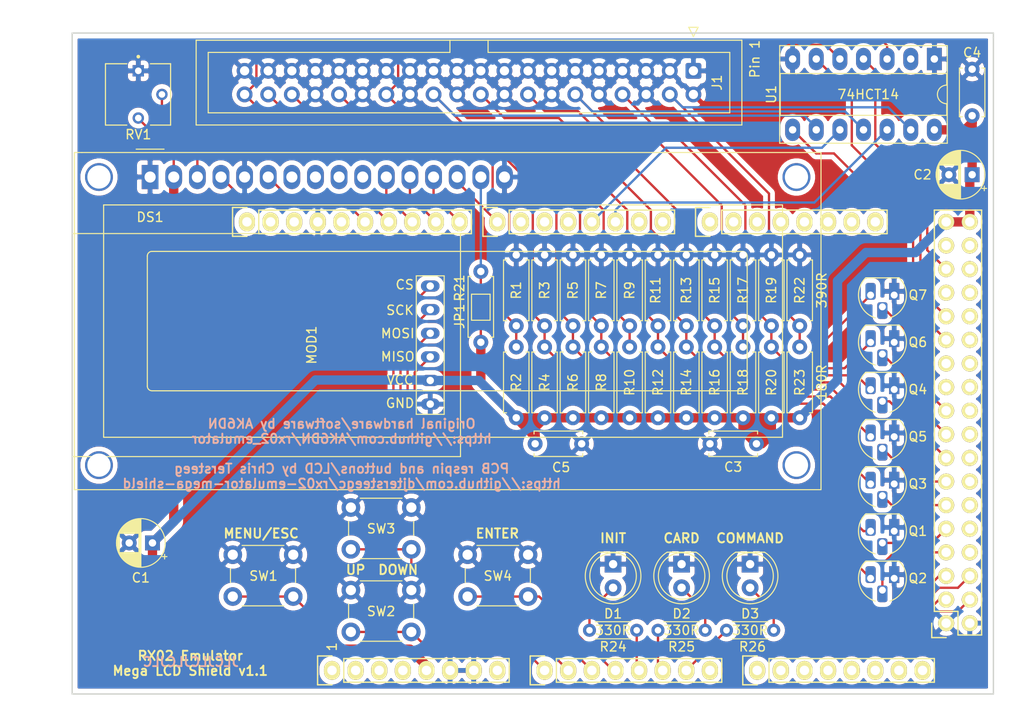
<source format=kicad_pcb>
(kicad_pcb (version 20171130) (host pcbnew "(5.1.9)-1")
  (title_block (date 2023-03-13) (rev "Rev 1.1"))
  (layers (0 F.Cu signal) (31 B.Cu signal) (34 B.Paste user) (35 F.Paste user) (36 B.SilkS user) (37 F.SilkS user) (38 B.Mask user) (39 F.Mask user) (44 Edge.Cuts user))
  (net 0 "")
  (net 1 GND)
  (net 2 "/52(SCK)")
  (net 3 "/53(SS)")
  (net 4 "/50(MISO)")
  (net 5 "/51(MOSI)")
  (net 6 /48)
  (net 7 /49)
  (net 8 /46)
  (net 9 /47)
  (net 10 /44)
  (net 11 /45)
  (net 12 /42)
  (net 13 /43)
  (net 14 /40)
  (net 15 /41)
  (net 16 /38)
  (net 17 /39)
  (net 18 /36)
  (net 19 /37)
  (net 20 /34)
  (net 21 /35)
  (net 22 /32)
  (net 23 /33)
  (net 24 /30)
  (net 25 /31)
  (net 26 /28)
  (net 27 /29)
  (net 28 /26)
  (net 29 /27)
  (net 30 /24)
  (net 31 /25)
  (net 32 /22)
  (net 33 /23)
  (net 34 +5V)
  (net 35 /IOREF)
  (net 36 /Reset)
  (net 37 /Vin)
  (net 38 /A0)
  (net 39 /A1)
  (net 40 /A2)
  (net 41 /A3)
  (net 42 /A4)
  (net 43 /A5)
  (net 44 /A6)
  (net 45 /A7)
  (net 46 /A8)
  (net 47 /A9)
  (net 48 /A10)
  (net 49 /A11)
  (net 50 /A12)
  (net 51 /A13)
  (net 52 /A14)
  (net 53 /A15)
  (net 54 /SCL)
  (net 55 /SDA)
  (net 56 /AREF)
  (net 57 "/13(**)")
  (net 58 "/12(**)")
  (net 59 "/11(**)")
  (net 60 "/10(**)")
  (net 61 "/9(**)")
  (net 62 "/8(**)")
  (net 63 "/7(**)")
  (net 64 "/6(**)")
  (net 65 "/5(**)")
  (net 66 "/4(**)")
  (net 67 "/3(**)")
  (net 68 "/2(**)")
  (net 69 "/20(SDA)")
  (net 70 "/21(SCL)")
  (net 71 "Net-(P2-Pad1)")
  (net 72 +3V3)
  (net 73 "/1(Tx0)")
  (net 74 "/0(Rx0)")
  (net 75 "/14(Tx3)")
  (net 76 "/15(Rx3)")
  (net 77 "/16(Tx2)")
  (net 78 "/17(Rx2)")
  (net 79 "/18(Tx1)")
  (net 80 "/19(Rx1)")
  (net 81 "Net-(D1-Pad2)")
  (net 82 "Net-(D2-Pad2)")
  (net 83 "Net-(DS1-Pad15)")
  (net 84 "Net-(DS1-Pad10)")
  (net 85 "Net-(DS1-Pad9)")
  (net 86 "Net-(DS1-Pad8)")
  (net 87 "Net-(DS1-Pad7)")
  (net 88 "Net-(DS1-Pad3)")
  (net 89 /RX_DMA_MODE_H)
  (net 90 /RX_AC_L)
  (net 91 /RX_OUT_L)
  (net 92 /RX_SHIFT_L)
  (net 93 /RX_12BIT_L)
  (net 94 /RX_DATA_L)
  (net 95 /RX_DONE_L)
  (net 96 /RX_XFER_RQST_L)
  (net 97 /RX_INIT_L)
  (net 98 /RX_ERROR_L)
  (net 99 "Net-(U1-Pad2)")
  (net 100 /RX_RUN_L)
  (net 101 "Net-(D3-Pad2)")
  (module CARD-SD-ADAPTER-CATALEX:Catalex-MicroSD-Card-Up-No-Holes (layer F.Cu) (at 122.8852 83.8708 90)
    (fp_text reference MOD1 (at -0.25 6.25 90) (layer F.SilkS))
    (fp_text value CARD-SD-ADAPTER-CATALEX)
    (fp_text user CS (at 6.25 16.25) (layer F.SilkS))
    (fp_text user SCK (at 3.5 15.75) (layer F.SilkS))
    (fp_text user MOSI (at 1 15.5) (layer F.SilkS))
    (fp_text user MISO (at -1.5 15.5) (layer F.SilkS))
    (fp_text user VCC (at -4 15.75) (layer F.SilkS))
    (fp_text user GND (at -6.5 15.75) (layer F.SilkS))
    (pad CS thru_hole oval (at 6.1 18.996 90) (size 1.2 2) (drill 0.8) (layers *.Cu *.Mask) (net 3 "/53(SS)"))
    (pad SCK thru_hole oval (at 3.56 18.996 90) (size 1.2 2) (drill 0.8) (layers *.Cu *.Mask) (net 2 "/52(SCK)"))
    (pad MOSI thru_hole oval (at 1.02 18.996 90) (size 1.2 2) (drill 0.8) (layers *.Cu *.Mask) (net 5 "/51(MOSI)"))
    (pad MISO thru_hole oval (at -1.52 18.996 90) (size 1.2 2) (drill 0.8) (layers *.Cu *.Mask) (net 4 "/50(MISO)"))
    (pad VCC5V thru_hole oval (at -4.06 18.996 90) (size 1.2 2) (drill 0.8) (layers *.Cu *.Mask) (net 34 +5V))
    (pad GND thru_hole oval (at -6.6 18.996 90) (size 1.2 2) (drill 0.8) (layers *.Cu *.Mask) (net 1 GND))
  )
  (module Package_TO_SOT_THT:TO-92_HandSolder (layer F.Cu) (at 191.77 78.74 180)
    (fp_text reference Q7 (at -2.54 0) (layer F.SilkS))
    (fp_text value 2N7000)
    (pad 1 thru_hole rect (at 0 0 180) (size 1.1 1.8) (drill 0.75 (offset 0 0.4)) (layers *.Cu *.Mask) (net 1 GND))
    (pad 3 thru_hole roundrect (at 2.54 0 180) (size 1.1 1.8) (drill 0.75 (offset 0 0.4)) (layers *.Cu *.Mask) (net 98 /RX_ERROR_L))
    (pad 2 thru_hole roundrect (at 1.27 -1.27 180) (size 1.1 1.8) (drill 0.75 (offset 0 -0.4)) (layers *.Cu *.Mask) (net 18 /36))
  )
  (module Package_TO_SOT_THT:TO-92_HandSolder (layer F.Cu) (at 191.77 83.82 180)
    (fp_text reference Q6 (at -2.54 0) (layer F.SilkS))
    (fp_text value 2N7000)
    (pad 1 thru_hole rect (at 0 0 180) (size 1.1 1.8) (drill 0.75 (offset 0 0.4)) (layers *.Cu *.Mask) (net 1 GND))
    (pad 3 thru_hole roundrect (at 2.54 0 180) (size 1.1 1.8) (drill 0.75 (offset 0 0.4)) (layers *.Cu *.Mask) (net 96 /RX_XFER_RQST_L))
    (pad 2 thru_hole roundrect (at 1.27 -1.27 180) (size 1.1 1.8) (drill 0.75 (offset 0 -0.4)) (layers *.Cu *.Mask) (net 16 /38))
  )
  (module Package_TO_SOT_THT:TO-92_HandSolder (layer F.Cu) (at 191.77 93.98 180)
    (fp_text reference Q5 (at -2.54 0) (layer F.SilkS))
    (fp_text value 2N7000)
    (pad 1 thru_hole rect (at 0 0 180) (size 1.1 1.8) (drill 0.75 (offset 0 0.4)) (layers *.Cu *.Mask) (net 1 GND))
    (pad 3 thru_hole roundrect (at 2.54 0 180) (size 1.1 1.8) (drill 0.75 (offset 0 0.4)) (layers *.Cu *.Mask) (net 94 /RX_DATA_L))
    (pad 2 thru_hole roundrect (at 1.27 -1.27 180) (size 1.1 1.8) (drill 0.75 (offset 0 -0.4)) (layers *.Cu *.Mask) (net 12 /42))
  )
  (module Package_TO_SOT_THT:TO-92_HandSolder (layer F.Cu) (at 191.77 88.9 180)
    (fp_text reference Q4 (at -2.54 0) (layer F.SilkS))
    (fp_text value 2N7000)
    (pad 1 thru_hole rect (at 0 0 180) (size 1.1 1.8) (drill 0.75 (offset 0 0.4)) (layers *.Cu *.Mask) (net 1 GND))
    (pad 3 thru_hole roundrect (at 2.54 0 180) (size 1.1 1.8) (drill 0.75 (offset 0 0.4)) (layers *.Cu *.Mask) (net 95 /RX_DONE_L))
    (pad 2 thru_hole roundrect (at 1.27 -1.27 180) (size 1.1 1.8) (drill 0.75 (offset 0 -0.4)) (layers *.Cu *.Mask) (net 14 /40))
  )
  (module Package_TO_SOT_THT:TO-92_HandSolder (layer F.Cu) (at 191.77 99.06 180)
    (fp_text reference Q3 (at -2.54 0) (layer F.SilkS))
    (fp_text value 2N7000)
    (pad 1 thru_hole rect (at 0 0 180) (size 1.1 1.8) (drill 0.75 (offset 0 0.4)) (layers *.Cu *.Mask) (net 1 GND))
    (pad 3 thru_hole roundrect (at 2.54 0 180) (size 1.1 1.8) (drill 0.75 (offset 0 0.4)) (layers *.Cu *.Mask) (net 92 /RX_SHIFT_L))
    (pad 2 thru_hole roundrect (at 1.27 -1.27 180) (size 1.1 1.8) (drill 0.75 (offset 0 -0.4)) (layers *.Cu *.Mask) (net 10 /44))
  )
  (module Package_TO_SOT_THT:TO-92_HandSolder (layer F.Cu) (at 191.77 109.22 180)
    (fp_text reference Q2 (at -2.54 0) (layer F.SilkS))
    (fp_text value 2N7000)
    (pad 1 thru_hole rect (at 0 0 180) (size 1.1 1.8) (drill 0.75 (offset 0 0.4)) (layers *.Cu *.Mask) (net 1 GND))
    (pad 3 thru_hole roundrect (at 2.54 0 180) (size 1.1 1.8) (drill 0.75 (offset 0 0.4)) (layers *.Cu *.Mask) (net 90 /RX_AC_L))
    (pad 2 thru_hole roundrect (at 1.27 -1.27 180) (size 1.1 1.8) (drill 0.75 (offset 0 -0.4)) (layers *.Cu *.Mask) (net 6 /48))
  )
  (module Package_TO_SOT_THT:TO-92_HandSolder (layer F.Cu) (at 191.77 104.14 180)
    (fp_text reference Q1 (at -2.54 0) (layer F.SilkS))
    (fp_text value 2N7000)
    (pad 1 thru_hole rect (at 0 0 180) (size 1.1 1.8) (drill 0.75 (offset 0 0.4)) (layers *.Cu *.Mask) (net 1 GND))
    (pad 3 thru_hole roundrect (at 2.54 0 180) (size 1.1 1.8) (drill 0.75 (offset 0 0.4)) (layers *.Cu *.Mask) (net 91 /RX_OUT_L))
    (pad 2 thru_hole roundrect (at 1.27 -1.27 180) (size 1.1 1.8) (drill 0.75 (offset 0 -0.4)) (layers *.Cu *.Mask) (net 8 /46))
  )
  (module Display:WC1602A (layer F.Cu) (at 111.76 66.04)
    (fp_text reference DS1 (at 0 4.318) (layer F.SilkS))
    (fp_text value WC1602A)
    (pad "" thru_hole circle (at 69.5 0) (size 3 3) (drill 2.5) (layers *.Cu *.Mask))
    (pad "" thru_hole circle (at 69.49948 31.0007) (size 3 3) (drill 2.5) (layers *.Cu *.Mask))
    (pad "" thru_hole circle (at -5.4991 31.0007) (size 3 3) (drill 2.5) (layers *.Cu *.Mask))
    (pad "" thru_hole circle (at -5.4991 0) (size 3 3) (drill 2.5) (layers *.Cu *.Mask))
    (pad 16 thru_hole oval (at 38.1 0) (size 1.8 2.6) (drill 1.2) (layers *.Cu *.Mask) (net 1 GND))
    (pad 15 thru_hole oval (at 35.56 0) (size 1.8 2.6) (drill 1.2) (layers *.Cu *.Mask) (net 83 "Net-(DS1-Pad15)"))
    (pad 14 thru_hole oval (at 33.02 0) (size 1.8 2.6) (drill 1.2) (layers *.Cu *.Mask) (net 63 "/7(**)"))
    (pad 13 thru_hole oval (at 30.48 0) (size 1.8 2.6) (drill 1.2) (layers *.Cu *.Mask) (net 62 "/8(**)"))
    (pad 12 thru_hole oval (at 27.94 0) (size 1.8 2.6) (drill 1.2) (layers *.Cu *.Mask) (net 61 "/9(**)"))
    (pad 11 thru_hole oval (at 25.4 0) (size 1.8 2.6) (drill 1.2) (layers *.Cu *.Mask) (net 60 "/10(**)"))
    (pad 10 thru_hole oval (at 22.86 0) (size 1.8 2.6) (drill 1.2) (layers *.Cu *.Mask) (net 84 "Net-(DS1-Pad10)"))
    (pad 9 thru_hole oval (at 20.32 0) (size 1.8 2.6) (drill 1.2) (layers *.Cu *.Mask) (net 85 "Net-(DS1-Pad9)"))
    (pad 8 thru_hole oval (at 17.78 0) (size 1.8 2.6) (drill 1.2) (layers *.Cu *.Mask) (net 86 "Net-(DS1-Pad8)"))
    (pad 7 thru_hole oval (at 15.24 0) (size 1.8 2.6) (drill 1.2) (layers *.Cu *.Mask) (net 87 "Net-(DS1-Pad7)"))
    (pad 6 thru_hole oval (at 12.7 0) (size 1.8 2.6) (drill 1.2) (layers *.Cu *.Mask) (net 59 "/11(**)"))
    (pad 5 thru_hole oval (at 10.16 0) (size 1.8 2.6) (drill 1.2) (layers *.Cu *.Mask) (net 1 GND))
    (pad 4 thru_hole oval (at 7.62 0) (size 1.8 2.6) (drill 1.2) (layers *.Cu *.Mask) (net 58 "/12(**)"))
    (pad 3 thru_hole oval (at 5.08 0) (size 1.8 2.6) (drill 1.2) (layers *.Cu *.Mask) (net 88 "Net-(DS1-Pad3)"))
    (pad 2 thru_hole oval (at 2.54 0) (size 1.8 2.6) (drill 1.2) (layers *.Cu *.Mask) (net 34 +5V))
    (pad 1 thru_hole rect (at 0 0) (size 1.8 2.6) (drill 1.2) (layers *.Cu *.Mask) (net 1 GND))
  )
  (module Resistor_THT:R_Axial_DIN0207_L6.3mm_D2.5mm_P7.62mm_Horizontal (layer F.Cu) (at 181.61 91.948 90)
    (fp_text reference R23 (at 3.81 0 90) (layer F.SilkS))
    (fp_text value 180R (at 3.81 2.37 90) (layer F.SilkS))
    (pad 2 thru_hole oval (at 7.62 0 90) (size 1.6 1.6) (drill 0.8) (layers *.Cu *.Mask) (net 100 /RX_RUN_L))
    (pad 1 thru_hole circle (at 0 0 90) (size 1.6 1.6) (drill 0.8) (layers *.Cu *.Mask) (net 34 +5V))
  )
  (module Resistor_THT:R_Axial_DIN0207_L6.3mm_D2.5mm_P7.62mm_Horizontal (layer F.Cu) (at 178.562 91.948 90)
    (fp_text reference R20 (at 3.81 0 90) (layer F.SilkS))
    (fp_text value 180R)
    (pad 2 thru_hole oval (at 7.62 0 90) (size 1.6 1.6) (drill 0.8) (layers *.Cu *.Mask) (net 98 /RX_ERROR_L))
    (pad 1 thru_hole circle (at 0 0 90) (size 1.6 1.6) (drill 0.8) (layers *.Cu *.Mask) (net 34 +5V))
  )
  (module Resistor_THT:R_Axial_DIN0207_L6.3mm_D2.5mm_P7.62mm_Horizontal (layer F.Cu) (at 175.514 91.948 90)
    (fp_text reference R18 (at 3.81 0 90) (layer F.SilkS))
    (fp_text value 180R)
    (pad 2 thru_hole oval (at 7.62 0 90) (size 1.6 1.6) (drill 0.8) (layers *.Cu *.Mask) (net 97 /RX_INIT_L))
    (pad 1 thru_hole circle (at 0 0 90) (size 1.6 1.6) (drill 0.8) (layers *.Cu *.Mask) (net 34 +5V))
  )
  (module Resistor_THT:R_Axial_DIN0207_L6.3mm_D2.5mm_P7.62mm_Horizontal (layer F.Cu) (at 172.466 91.948 90)
    (fp_text reference R16 (at 3.81 0 90) (layer F.SilkS))
    (fp_text value 180R)
    (pad 2 thru_hole oval (at 7.62 0 90) (size 1.6 1.6) (drill 0.8) (layers *.Cu *.Mask) (net 96 /RX_XFER_RQST_L))
    (pad 1 thru_hole circle (at 0 0 90) (size 1.6 1.6) (drill 0.8) (layers *.Cu *.Mask) (net 34 +5V))
  )
  (module Resistor_THT:R_Axial_DIN0207_L6.3mm_D2.5mm_P7.62mm_Horizontal (layer F.Cu) (at 169.418 91.948 90)
    (fp_text reference R14 (at 3.81 0 90) (layer F.SilkS))
    (fp_text value 180R)
    (pad 2 thru_hole oval (at 7.62 0 90) (size 1.6 1.6) (drill 0.8) (layers *.Cu *.Mask) (net 95 /RX_DONE_L))
    (pad 1 thru_hole circle (at 0 0 90) (size 1.6 1.6) (drill 0.8) (layers *.Cu *.Mask) (net 34 +5V))
  )
  (module Resistor_THT:R_Axial_DIN0207_L6.3mm_D2.5mm_P7.62mm_Horizontal (layer F.Cu) (at 166.37 91.948 90)
    (fp_text reference R12 (at 3.81 0 90) (layer F.SilkS))
    (fp_text value 180R)
    (pad 2 thru_hole oval (at 7.62 0 90) (size 1.6 1.6) (drill 0.8) (layers *.Cu *.Mask) (net 94 /RX_DATA_L))
    (pad 1 thru_hole circle (at 0 0 90) (size 1.6 1.6) (drill 0.8) (layers *.Cu *.Mask) (net 34 +5V))
  )
  (module Resistor_THT:R_Axial_DIN0207_L6.3mm_D2.5mm_P7.62mm_Horizontal (layer F.Cu) (at 163.322 91.948 90)
    (fp_text reference R10 (at 3.81 0 90) (layer F.SilkS))
    (fp_text value 180R)
    (pad 2 thru_hole oval (at 7.62 0 90) (size 1.6 1.6) (drill 0.8) (layers *.Cu *.Mask) (net 93 /RX_12BIT_L))
    (pad 1 thru_hole circle (at 0 0 90) (size 1.6 1.6) (drill 0.8) (layers *.Cu *.Mask) (net 34 +5V))
  )
  (module Resistor_THT:R_Axial_DIN0207_L6.3mm_D2.5mm_P7.62mm_Horizontal (layer F.Cu) (at 160.274 91.948 90)
    (fp_text reference R8 (at 3.81 0 90) (layer F.SilkS))
    (fp_text value 180R)
    (pad 2 thru_hole oval (at 7.62 0 90) (size 1.6 1.6) (drill 0.8) (layers *.Cu *.Mask) (net 92 /RX_SHIFT_L))
    (pad 1 thru_hole circle (at 0 0 90) (size 1.6 1.6) (drill 0.8) (layers *.Cu *.Mask) (net 34 +5V))
  )
  (module Resistor_THT:R_Axial_DIN0207_L6.3mm_D2.5mm_P7.62mm_Horizontal (layer F.Cu) (at 157.226 91.948 90)
    (fp_text reference R6 (at 3.81 0 90) (layer F.SilkS))
    (fp_text value 180R)
    (pad 2 thru_hole oval (at 7.62 0 90) (size 1.6 1.6) (drill 0.8) (layers *.Cu *.Mask) (net 91 /RX_OUT_L))
    (pad 1 thru_hole circle (at 0 0 90) (size 1.6 1.6) (drill 0.8) (layers *.Cu *.Mask) (net 34 +5V))
  )
  (module Resistor_THT:R_Axial_DIN0207_L6.3mm_D2.5mm_P7.62mm_Horizontal (layer F.Cu) (at 154.178 91.948 90)
    (fp_text reference R4 (at 3.81 0 90) (layer F.SilkS))
    (fp_text value 180R)
    (pad 2 thru_hole oval (at 7.62 0 90) (size 1.6 1.6) (drill 0.8) (layers *.Cu *.Mask) (net 90 /RX_AC_L))
    (pad 1 thru_hole circle (at 0 0 90) (size 1.6 1.6) (drill 0.8) (layers *.Cu *.Mask) (net 34 +5V))
  )
  (module Resistor_THT:R_Axial_DIN0207_L6.3mm_D2.5mm_P7.62mm_Horizontal (layer F.Cu) (at 151.13 91.948 90)
    (fp_text reference R2 (at 3.81 0 90) (layer F.SilkS))
    (fp_text value 180R)
    (pad 2 thru_hole oval (at 7.62 0 90) (size 1.6 1.6) (drill 0.8) (layers *.Cu *.Mask) (net 89 /RX_DMA_MODE_H))
    (pad 1 thru_hole circle (at 0 0 90) (size 1.6 1.6) (drill 0.8) (layers *.Cu *.Mask) (net 34 +5V))
  )
  (module Resistor_THT:R_Axial_DIN0207_L6.3mm_D2.5mm_P7.62mm_Horizontal (layer F.Cu) (at 181.61 82.042 90)
    (fp_text reference R22 (at 3.81 0 90) (layer F.SilkS))
    (fp_text value 390R (at 3.81 2.37 90) (layer F.SilkS))
    (pad 2 thru_hole oval (at 7.62 0 90) (size 1.6 1.6) (drill 0.8) (layers *.Cu *.Mask) (net 1 GND))
    (pad 1 thru_hole circle (at 0 0 90) (size 1.6 1.6) (drill 0.8) (layers *.Cu *.Mask) (net 100 /RX_RUN_L))
  )
  (module Resistor_THT:R_Axial_DIN0207_L6.3mm_D2.5mm_P7.62mm_Horizontal (layer F.Cu) (at 178.562 82.042 90)
    (fp_text reference R19 (at 3.81 0 90) (layer F.SilkS))
    (fp_text value 390R)
    (pad 2 thru_hole oval (at 7.62 0 90) (size 1.6 1.6) (drill 0.8) (layers *.Cu *.Mask) (net 1 GND))
    (pad 1 thru_hole circle (at 0 0 90) (size 1.6 1.6) (drill 0.8) (layers *.Cu *.Mask) (net 98 /RX_ERROR_L))
  )
  (module Resistor_THT:R_Axial_DIN0207_L6.3mm_D2.5mm_P7.62mm_Horizontal (layer F.Cu) (at 175.514 82.042 90)
    (fp_text reference R17 (at 3.81 0 90) (layer F.SilkS))
    (fp_text value 390R)
    (pad 2 thru_hole oval (at 7.62 0 90) (size 1.6 1.6) (drill 0.8) (layers *.Cu *.Mask) (net 1 GND))
    (pad 1 thru_hole circle (at 0 0 90) (size 1.6 1.6) (drill 0.8) (layers *.Cu *.Mask) (net 97 /RX_INIT_L))
  )
  (module Resistor_THT:R_Axial_DIN0207_L6.3mm_D2.5mm_P7.62mm_Horizontal (layer F.Cu) (at 172.466 82.042 90)
    (fp_text reference R15 (at 3.81 0 90) (layer F.SilkS))
    (fp_text value 390R)
    (pad 2 thru_hole oval (at 7.62 0 90) (size 1.6 1.6) (drill 0.8) (layers *.Cu *.Mask) (net 1 GND))
    (pad 1 thru_hole circle (at 0 0 90) (size 1.6 1.6) (drill 0.8) (layers *.Cu *.Mask) (net 96 /RX_XFER_RQST_L))
  )
  (module Resistor_THT:R_Axial_DIN0207_L6.3mm_D2.5mm_P7.62mm_Horizontal (layer F.Cu) (at 169.418 82.042 90)
    (fp_text reference R13 (at 3.81 0 90) (layer F.SilkS))
    (fp_text value 390R)
    (pad 2 thru_hole oval (at 7.62 0 90) (size 1.6 1.6) (drill 0.8) (layers *.Cu *.Mask) (net 1 GND))
    (pad 1 thru_hole circle (at 0 0 90) (size 1.6 1.6) (drill 0.8) (layers *.Cu *.Mask) (net 95 /RX_DONE_L))
  )
  (module Resistor_THT:R_Axial_DIN0207_L6.3mm_D2.5mm_P7.62mm_Horizontal (layer F.Cu) (at 166.37 82.042 90)
    (fp_text reference R11 (at 3.81 -0.254 90) (layer F.SilkS))
    (fp_text value 390R)
    (pad 2 thru_hole oval (at 7.62 0 90) (size 1.6 1.6) (drill 0.8) (layers *.Cu *.Mask) (net 1 GND))
    (pad 1 thru_hole circle (at 0 0 90) (size 1.6 1.6) (drill 0.8) (layers *.Cu *.Mask) (net 94 /RX_DATA_L))
  )
  (module Resistor_THT:R_Axial_DIN0207_L6.3mm_D2.5mm_P7.62mm_Horizontal (layer F.Cu) (at 163.322 82.042 90)
    (fp_text reference R9 (at 3.81 0 90) (layer F.SilkS))
    (fp_text value 390R)
    (pad 2 thru_hole oval (at 7.62 0 90) (size 1.6 1.6) (drill 0.8) (layers *.Cu *.Mask) (net 1 GND))
    (pad 1 thru_hole circle (at 0 0 90) (size 1.6 1.6) (drill 0.8) (layers *.Cu *.Mask) (net 93 /RX_12BIT_L))
  )
  (module Resistor_THT:R_Axial_DIN0207_L6.3mm_D2.5mm_P7.62mm_Horizontal (layer F.Cu) (at 160.274 82.042 90)
    (fp_text reference R7 (at 3.81 0 90) (layer F.SilkS))
    (fp_text value 390R)
    (pad 2 thru_hole oval (at 7.62 0 90) (size 1.6 1.6) (drill 0.8) (layers *.Cu *.Mask) (net 1 GND))
    (pad 1 thru_hole circle (at 0 0 90) (size 1.6 1.6) (drill 0.8) (layers *.Cu *.Mask) (net 92 /RX_SHIFT_L))
  )
  (module Resistor_THT:R_Axial_DIN0207_L6.3mm_D2.5mm_P7.62mm_Horizontal (layer F.Cu) (at 157.226 82.042 90)
    (fp_text reference R5 (at 3.81 0 90) (layer F.SilkS))
    (fp_text value 390R)
    (pad 2 thru_hole oval (at 7.62 0 90) (size 1.6 1.6) (drill 0.8) (layers *.Cu *.Mask) (net 1 GND))
    (pad 1 thru_hole circle (at 0 0 90) (size 1.6 1.6) (drill 0.8) (layers *.Cu *.Mask) (net 91 /RX_OUT_L))
  )
  (module Resistor_THT:R_Axial_DIN0207_L6.3mm_D2.5mm_P7.62mm_Horizontal (layer F.Cu) (at 154.178 82.042 90)
    (fp_text reference R3 (at 3.81 0 90) (layer F.SilkS))
    (fp_text value 390R)
    (pad 2 thru_hole oval (at 7.62 0 90) (size 1.6 1.6) (drill 0.8) (layers *.Cu *.Mask) (net 1 GND))
    (pad 1 thru_hole circle (at 0 0 90) (size 1.6 1.6) (drill 0.8) (layers *.Cu *.Mask) (net 90 /RX_AC_L))
  )
  (module Resistor_THT:R_Axial_DIN0207_L6.3mm_D2.5mm_P7.62mm_Horizontal (layer F.Cu) (at 151.13 82.042 90)
    (fp_text reference R1 (at 3.81 0 90) (layer F.SilkS))
    (fp_text value 390R)
    (pad 2 thru_hole oval (at 7.62 0 90) (size 1.6 1.6) (drill 0.8) (layers *.Cu *.Mask) (net 1 GND))
    (pad 1 thru_hole circle (at 0 0 90) (size 1.6 1.6) (drill 0.8) (layers *.Cu *.Mask) (net 89 /RX_DMA_MODE_H))
  )
  (module Resistor_THT:R_Axial_DIN0207_L6.3mm_D2.5mm_P7.62mm_Horizontal (layer F.Cu) (at 147.32 83.82 90)
    (fp_text reference R21 (at 5.842 -2.286 90) (layer F.SilkS))
    (fp_text value 100R)
    (pad 2 thru_hole oval (at 7.62 0 90) (size 1.6 1.6) (drill 0.8) (layers *.Cu *.Mask) (net 83 "Net-(DS1-Pad15)"))
    (pad 1 thru_hole circle (at 0 0 90) (size 1.6 1.6) (drill 0.8) (layers *.Cu *.Mask) (net 34 +5V))
  )
  (module Jumper:SolderJumper-2_P1.3mm_Open_TrianglePad1.0x1.5mm (layer F.Cu) (at 147.32 80.047 270)
    (fp_text reference JP1 (at 0.979 2.286 90) (layer F.SilkS))
    (fp_text value SolderJumper_2_Open)
    (pad 1 smd custom (at -0.725 0 270) (size 0.3 0.3) (layers F.Cu F.Mask) (net 83 "Net-(DS1-Pad15)") (options (clearance outline) (anchor rect)) (primitives (gr_poly (pts (xy -0.5 -0.75) (xy 0.5 -0.75) (xy 1 0) (xy 0.5 0.75) (xy -0.5 0.75)) (width 0))))
    (pad 2 smd custom (at 0.725 0 270) (size 0.3 0.3) (layers F.Cu F.Mask) (net 34 +5V) (options (clearance outline) (anchor rect)) (primitives (gr_poly (pts (xy -0.65 -0.75) (xy 0.5 -0.75) (xy 0.5 0.75) (xy -0.65 0.75) (xy -0.15 0)) (width 0))))
  )
  (module Button_Switch_THT:SW_PUSH_6mm_H4.3mm (layer F.Cu) (at 133.35 110.49)
    (fp_text reference SW2 (at 3.25 2.286) (layer F.SilkS))
    (fp_text value DOWN (at 5.08 -2.1844) (layer F.SilkS) (effects (font (thickness 0.2))))
    (pad 1 thru_hole circle (at 6.5 0 90) (size 2 2) (drill 1.1) (layers *.Cu *.Mask) (net 1 GND))
    (pad 2 thru_hole circle (at 6.5 4.5 90) (size 2 2) (drill 1.1) (layers *.Cu *.Mask) (net 38 /A0))
    (pad 1 thru_hole circle (at 0 0 90) (size 2 2) (drill 1.1) (layers *.Cu *.Mask) (net 1 GND))
    (pad 2 thru_hole circle (at 0 4.5 90) (size 2 2) (drill 1.1) (layers *.Cu *.Mask) (net 38 /A0))
  )
  (module Resistor_THT:R_Axial_DIN0204_L3.6mm_D1.6mm_P5.08mm_Horizontal (layer F.Cu) (at 171.45 114.808 180)
    (fp_text reference R25 (at 2.54 -1.778) (layer F.SilkS))
    (fp_text value 330R (at 2.54 0) (layer F.SilkS))
    (pad 2 thru_hole oval (at 5.08 0 180) (size 1.4 1.4) (drill 0.7) (layers *.Cu *.Mask) (net 43 /A5))
    (pad 1 thru_hole circle (at 0 0 180) (size 1.4 1.4) (drill 0.7) (layers *.Cu *.Mask) (net 82 "Net-(D2-Pad2)"))
  )
  (module Package_DIP:DIP-14_W7.62mm_Socket_LongPads (layer F.Cu) (at 196.088 53.34 270)
    (fp_text reference U1 (at 3.81 17.526 90) (layer F.SilkS))
    (fp_text value 74HCT14 (at 3.81 7.112 180) (layer F.SilkS))
    (pad 14 thru_hole oval (at 7.62 0 270) (size 2.4 1.6) (drill 0.8) (layers *.Cu *.Mask) (net 34 +5V))
    (pad 7 thru_hole oval (at 0 15.24 270) (size 2.4 1.6) (drill 0.8) (layers *.Cu *.Mask) (net 1 GND))
    (pad 13 thru_hole oval (at 7.62 2.54 270) (size 2.4 1.6) (drill 0.8) (layers *.Cu *.Mask) (net 100 /RX_RUN_L))
    (pad 6 thru_hole oval (at 0 12.7 270) (size 2.4 1.6) (drill 0.8) (layers *.Cu *.Mask) (net 26 /28))
    (pad 12 thru_hole oval (at 7.62 5.08 270) (size 2.4 1.6) (drill 0.8) (layers *.Cu *.Mask) (net 68 "/2(**)"))
    (pad 5 thru_hole oval (at 0 10.16 270) (size 2.4 1.6) (drill 0.8) (layers *.Cu *.Mask) (net 93 /RX_12BIT_L))
    (pad 11 thru_hole oval (at 7.62 7.62 270) (size 2.4 1.6) (drill 0.8) (layers *.Cu *.Mask) (net 97 /RX_INIT_L))
    (pad 4 thru_hole oval (at 0 7.62 270) (size 2.4 1.6) (drill 0.8) (layers *.Cu *.Mask) (net 30 /24))
    (pad 10 thru_hole oval (at 7.62 10.16 270) (size 2.4 1.6) (drill 0.8) (layers *.Cu *.Mask) (net 67 "/3(**)"))
    (pad 3 thru_hole oval (at 0 5.08 270) (size 2.4 1.6) (drill 0.8) (layers *.Cu *.Mask) (net 89 /RX_DMA_MODE_H))
    (pad 9 thru_hole oval (at 7.62 12.7 270) (size 2.4 1.6) (drill 0.8) (layers *.Cu *.Mask) (net 94 /RX_DATA_L))
    (pad 2 thru_hole oval (at 0 2.54 270) (size 2.4 1.6) (drill 0.8) (layers *.Cu *.Mask) (net 99 "Net-(U1-Pad2)"))
    (pad 8 thru_hole oval (at 7.62 15.24 270) (size 2.4 1.6) (drill 0.8) (layers *.Cu *.Mask) (net 24 /30))
    (pad 1 thru_hole rect (at 0 0 270) (size 2.4 1.6) (drill 0.8) (layers *.Cu *.Mask) (net 1 GND))
  )
  (module Button_Switch_THT:SW_PUSH_6mm_H4.3mm (layer F.Cu) (at 145.9 106.68)
    (fp_text reference SW4 (at 3.25 2.286) (layer F.SilkS))
    (fp_text value ENTER (at 3.198 -2.286) (layer F.SilkS) (effects (font (thickness 0.2))))
    (pad 1 thru_hole circle (at 6.5 0 90) (size 2 2) (drill 1.1) (layers *.Cu *.Mask) (net 1 GND))
    (pad 2 thru_hole circle (at 6.5 4.5 90) (size 2 2) (drill 1.1) (layers *.Cu *.Mask) (net 41 /A3))
    (pad 1 thru_hole circle (at 0 0 90) (size 2 2) (drill 1.1) (layers *.Cu *.Mask) (net 1 GND))
    (pad 2 thru_hole circle (at 0 4.5 90) (size 2 2) (drill 1.1) (layers *.Cu *.Mask) (net 41 /A3))
  )
  (module Button_Switch_THT:SW_PUSH_6mm_H4.3mm (layer F.Cu) (at 133.35 101.6)
    (fp_text reference SW3 (at 3.25 2.286) (layer F.SilkS))
    (fp_text value UP (at 0.508 6.7056) (layer F.SilkS) (effects (font (thickness 0.2))))
    (pad 1 thru_hole circle (at 6.5 0 90) (size 2 2) (drill 1.1) (layers *.Cu *.Mask) (net 1 GND))
    (pad 2 thru_hole circle (at 6.5 4.5 90) (size 2 2) (drill 1.1) (layers *.Cu *.Mask) (net 40 /A2))
    (pad 1 thru_hole circle (at 0 0 90) (size 2 2) (drill 1.1) (layers *.Cu *.Mask) (net 1 GND))
    (pad 2 thru_hole circle (at 0 4.5 90) (size 2 2) (drill 1.1) (layers *.Cu *.Mask) (net 40 /A2))
  )
  (module Button_Switch_THT:SW_PUSH_6mm_H4.3mm (layer F.Cu) (at 120.65 106.68)
    (fp_text reference SW1 (at 3.302 2.286) (layer F.SilkS))
    (fp_text value MENU/ESC (at 3.048 -2.286) (layer F.SilkS) (effects (font (thickness 0.2))))
    (pad 1 thru_hole circle (at 6.5 0 90) (size 2 2) (drill 1.1) (layers *.Cu *.Mask) (net 1 GND))
    (pad 2 thru_hole circle (at 6.5 4.5 90) (size 2 2) (drill 1.1) (layers *.Cu *.Mask) (net 39 /A1))
    (pad 1 thru_hole circle (at 0 0 90) (size 2 2) (drill 1.1) (layers *.Cu *.Mask) (net 1 GND))
    (pad 2 thru_hole circle (at 0 4.5 90) (size 2 2) (drill 1.1) (layers *.Cu *.Mask) (net 39 /A1))
  )
  (module 3362P-1-103:TRIM_3362P-1-103 (layer F.Cu) (at 110.49 57.15 270)
    (fp_text reference RV1 (at 4.318 0 180) (layer F.SilkS))
    (fp_text value 10K)
    (pad 1 thru_hole rect (at -2.54 0 270) (size 1.222 1.222) (drill 0.714) (layers *.Cu *.Mask) (net 1 GND))
    (pad 2 thru_hole circle (at 0 -2.54 270) (size 1.222 1.222) (drill 0.714) (layers *.Cu *.Mask) (net 88 "Net-(DS1-Pad3)"))
    (pad 3 thru_hole circle (at 2.54 0 270) (size 1.222 1.222) (drill 0.714) (layers *.Cu *.Mask) (net 34 +5V))
  )
  (module Resistor_THT:R_Axial_DIN0204_L3.6mm_D1.6mm_P5.08mm_Horizontal (layer F.Cu) (at 178.816 114.808 180)
    (fp_text reference R26 (at 2.286 -1.778) (layer F.SilkS))
    (fp_text value 330R (at 2.54 0) (layer F.SilkS))
    (pad 2 thru_hole oval (at 5.08 0 180) (size 1.4 1.4) (drill 0.7) (layers *.Cu *.Mask) (net 44 /A6))
    (pad 1 thru_hole circle (at 0 0 180) (size 1.4 1.4) (drill 0.7) (layers *.Cu *.Mask) (net 101 "Net-(D3-Pad2)"))
  )
  (module Resistor_THT:R_Axial_DIN0204_L3.6mm_D1.6mm_P5.08mm_Horizontal (layer F.Cu) (at 159.004 114.808)
    (fp_text reference R24 (at 2.54 1.778) (layer F.SilkS))
    (fp_text value 330R (at 2.54 0) (layer F.SilkS))
    (pad 2 thru_hole oval (at 5.08 0) (size 1.4 1.4) (drill 0.7) (layers *.Cu *.Mask) (net 42 /A4))
    (pad 1 thru_hole circle (at 0 0) (size 1.4 1.4) (drill 0.7) (layers *.Cu *.Mask) (net 81 "Net-(D1-Pad2)"))
  )
  (module Connector_IDC:IDC-Header_2x20_P2.54mm_Vertical (layer F.Cu) (at 170.18 54.61 270)
    (fp_text reference J1 (at 1.27 -2.54 90) (layer F.SilkS))
    (fp_text value Conn_02x20_Odd_Even)
    (pad 40 thru_hole circle (at 2.54 48.26 270) (size 1.7 1.7) (drill 1) (layers *.Cu *.Mask) (net 89 /RX_DMA_MODE_H))
    (pad 38 thru_hole circle (at 2.54 45.72 270) (size 1.7 1.7) (drill 1) (layers *.Cu *.Mask) (net 90 /RX_AC_L))
    (pad 36 thru_hole circle (at 2.54 43.18 270) (size 1.7 1.7) (drill 1) (layers *.Cu *.Mask) (net 91 /RX_OUT_L))
    (pad 34 thru_hole circle (at 2.54 40.64 270) (size 1.7 1.7) (drill 1) (layers *.Cu *.Mask) (net 1 GND))
    (pad 32 thru_hole circle (at 2.54 38.1 270) (size 1.7 1.7) (drill 1) (layers *.Cu *.Mask) (net 92 /RX_SHIFT_L))
    (pad 30 thru_hole circle (at 2.54 35.56 270) (size 1.7 1.7) (drill 1) (layers *.Cu *.Mask) (net 1 GND))
    (pad 28 thru_hole circle (at 2.54 33.02 270) (size 1.7 1.7) (drill 1) (layers *.Cu *.Mask) (net 93 /RX_12BIT_L))
    (pad 26 thru_hole circle (at 2.54 30.48 270) (size 1.7 1.7) (drill 1) (layers *.Cu *.Mask) (net 1 GND))
    (pad 24 thru_hole circle (at 2.54 27.94 270) (size 1.7 1.7) (drill 1) (layers *.Cu *.Mask) (net 94 /RX_DATA_L))
    (pad 22 thru_hole circle (at 2.54 25.4 270) (size 1.7 1.7) (drill 1) (layers *.Cu *.Mask) (net 1 GND))
    (pad 20 thru_hole circle (at 2.54 22.86 270) (size 1.7 1.7) (drill 1) (layers *.Cu *.Mask) (net 95 /RX_DONE_L))
    (pad 18 thru_hole circle (at 2.54 20.32 270) (size 1.7 1.7) (drill 1) (layers *.Cu *.Mask) (net 1 GND))
    (pad 16 thru_hole circle (at 2.54 17.78 270) (size 1.7 1.7) (drill 1) (layers *.Cu *.Mask) (net 96 /RX_XFER_RQST_L))
    (pad 14 thru_hole circle (at 2.54 15.24 270) (size 1.7 1.7) (drill 1) (layers *.Cu *.Mask) (net 1 GND))
    (pad 12 thru_hole circle (at 2.54 12.7 270) (size 1.7 1.7) (drill 1) (layers *.Cu *.Mask) (net 97 /RX_INIT_L))
    (pad 10 thru_hole circle (at 2.54 10.16 270) (size 1.7 1.7) (drill 1) (layers *.Cu *.Mask) (net 1 GND))
    (pad 8 thru_hole circle (at 2.54 7.62 270) (size 1.7 1.7) (drill 1) (layers *.Cu *.Mask) (net 98 /RX_ERROR_L))
    (pad 6 thru_hole circle (at 2.54 5.08 270) (size 1.7 1.7) (drill 1) (layers *.Cu *.Mask) (net 1 GND))
    (pad 4 thru_hole circle (at 2.54 2.54 270) (size 1.7 1.7) (drill 1) (layers *.Cu *.Mask) (net 100 /RX_RUN_L))
    (pad 2 thru_hole circle (at 2.54 0 270) (size 1.7 1.7) (drill 1) (layers *.Cu *.Mask) (net 1 GND))
    (pad 39 thru_hole circle (at 0 48.26 270) (size 1.7 1.7) (drill 1) (layers *.Cu *.Mask) (net 1 GND))
    (pad 37 thru_hole circle (at 0 45.72 270) (size 1.7 1.7) (drill 1) (layers *.Cu *.Mask) (net 1 GND))
    (pad 35 thru_hole circle (at 0 43.18 270) (size 1.7 1.7) (drill 1) (layers *.Cu *.Mask) (net 1 GND))
    (pad 33 thru_hole circle (at 0 40.64 270) (size 1.7 1.7) (drill 1) (layers *.Cu *.Mask) (net 1 GND))
    (pad 31 thru_hole circle (at 0 38.1 270) (size 1.7 1.7) (drill 1) (layers *.Cu *.Mask) (net 1 GND))
    (pad 29 thru_hole circle (at 0 35.56 270) (size 1.7 1.7) (drill 1) (layers *.Cu *.Mask) (net 1 GND))
    (pad 27 thru_hole circle (at 0 33.02 270) (size 1.7 1.7) (drill 1) (layers *.Cu *.Mask) (net 1 GND))
    (pad 25 thru_hole circle (at 0 30.48 270) (size 1.7 1.7) (drill 1) (layers *.Cu *.Mask) (net 1 GND))
    (pad 23 thru_hole circle (at 0 27.94 270) (size 1.7 1.7) (drill 1) (layers *.Cu *.Mask) (net 1 GND))
    (pad 21 thru_hole circle (at 0 25.4 270) (size 1.7 1.7) (drill 1) (layers *.Cu *.Mask) (net 1 GND))
    (pad 19 thru_hole circle (at 0 22.86 270) (size 1.7 1.7) (drill 1) (layers *.Cu *.Mask) (net 1 GND))
    (pad 17 thru_hole circle (at 0 20.32 270) (size 1.7 1.7) (drill 1) (layers *.Cu *.Mask) (net 1 GND))
    (pad 15 thru_hole circle (at 0 17.78 270) (size 1.7 1.7) (drill 1) (layers *.Cu *.Mask) (net 1 GND))
    (pad 13 thru_hole circle (at 0 15.24 270) (size 1.7 1.7) (drill 1) (layers *.Cu *.Mask) (net 1 GND))
    (pad 11 thru_hole circle (at 0 12.7 270) (size 1.7 1.7) (drill 1) (layers *.Cu *.Mask) (net 1 GND))
    (pad 9 thru_hole circle (at 0 10.16 270) (size 1.7 1.7) (drill 1) (layers *.Cu *.Mask) (net 1 GND))
    (pad 7 thru_hole circle (at 0 7.62 270) (size 1.7 1.7) (drill 1) (layers *.Cu *.Mask) (net 1 GND))
    (pad 5 thru_hole circle (at 0 5.08 270) (size 1.7 1.7) (drill 1) (layers *.Cu *.Mask) (net 1 GND))
    (pad 3 thru_hole circle (at 0 2.54 270) (size 1.7 1.7) (drill 1) (layers *.Cu *.Mask) (net 1 GND))
    (pad 1 thru_hole roundrect (at 0 0 270) (size 1.7 1.7) (drill 1) (layers *.Cu *.Mask) (roundrect_rratio 0.1470588235294118) (net 1 GND))
  )
  (module LED_THT:LED_D5.0mm (layer F.Cu) (at 176.276 107.696 270)
    (fp_text reference D3 (at 5.334 0 180) (layer F.SilkS))
    (fp_text value COMMAND (at -2.794 0 180) (layer F.SilkS) (effects (font (thickness 0.2))))
    (pad 2 thru_hole circle (at 2.54 0 270) (size 1.8 1.8) (drill 0.9) (layers *.Cu *.Mask) (net 101 "Net-(D3-Pad2)"))
    (pad 1 thru_hole rect (at 0 0 270) (size 1.8 1.8) (drill 0.9) (layers *.Cu *.Mask) (net 1 GND))
  )
  (module LED_THT:LED_D5.0mm (layer F.Cu) (at 168.91 107.696 270)
    (fp_text reference D2 (at 5.334 0 180) (layer F.SilkS))
    (fp_text value CARD (at -2.794 0 180) (layer F.SilkS) (effects (font (thickness 0.2))))
    (pad 2 thru_hole circle (at 2.54 0 270) (size 1.8 1.8) (drill 0.9) (layers *.Cu *.Mask) (net 82 "Net-(D2-Pad2)"))
    (pad 1 thru_hole rect (at 0 0 270) (size 1.8 1.8) (drill 0.9) (layers *.Cu *.Mask) (net 1 GND))
  )
  (module LED_THT:LED_D5.0mm (layer F.Cu) (at 161.544 107.696 270)
    (fp_text reference D1 (at 5.334 0 180) (layer F.SilkS))
    (fp_text value INIT (at -2.794 0 180) (layer F.SilkS) (effects (font (thickness 0.2))))
    (pad 2 thru_hole circle (at 2.54 0 270) (size 1.8 1.8) (drill 0.9) (layers *.Cu *.Mask) (net 81 "Net-(D1-Pad2)"))
    (pad 1 thru_hole rect (at 0 0 270) (size 1.8 1.8) (drill 0.9) (layers *.Cu *.Mask) (net 1 GND))
  )
  (module Capacitor_THT:C_Disc_D5.0mm_W2.5mm_P5.00mm (layer F.Cu) (at 153.162 94.742)
    (fp_text reference C5 (at 2.794 2.54) (layer F.SilkS))
    (fp_text value 0.1uf)
    (pad 2 thru_hole circle (at 5 0) (size 1.6 1.6) (drill 0.8) (layers *.Cu *.Mask) (net 1 GND))
    (pad 1 thru_hole circle (at 0 0) (size 1.6 1.6) (drill 0.8) (layers *.Cu *.Mask) (net 34 +5V))
  )
  (module Capacitor_THT:C_Disc_D5.0mm_W2.5mm_P5.00mm (layer F.Cu) (at 200.152 59.436 90)
    (fp_text reference C4 (at 6.778 0) (layer F.SilkS))
    (fp_text value 0.1uf)
    (pad 2 thru_hole circle (at 5 0 90) (size 1.6 1.6) (drill 0.8) (layers *.Cu *.Mask) (net 1 GND))
    (pad 1 thru_hole circle (at 0 0 90) (size 1.6 1.6) (drill 0.8) (layers *.Cu *.Mask) (net 34 +5V))
  )
  (module Capacitor_THT:C_Disc_D5.0mm_W2.5mm_P5.00mm (layer F.Cu) (at 176.958 94.742 180)
    (fp_text reference C3 (at 2.5 -2.5) (layer F.SilkS))
    (fp_text value 0.1uf)
    (pad 2 thru_hole circle (at 5 0 180) (size 1.6 1.6) (drill 0.8) (layers *.Cu *.Mask) (net 1 GND))
    (pad 1 thru_hole circle (at 0 0 180) (size 1.6 1.6) (drill 0.8) (layers *.Cu *.Mask) (net 34 +5V))
  )
  (module Capacitor_THT:CP_Radial_D5.0mm_P2.50mm (layer F.Cu) (at 200.152 65.786 180)
    (fp_text reference C2 (at 5.334 0) (layer F.SilkS))
    (fp_text value 33uf)
    (pad 2 thru_hole circle (at 2.5 0 180) (size 1.6 1.6) (drill 0.8) (layers *.Cu *.Mask) (net 1 GND))
    (pad 1 thru_hole rect (at 0 0 180) (size 1.6 1.6) (drill 0.8) (layers *.Cu *.Mask) (net 34 +5V))
  )
  (module Capacitor_THT:CP_Radial_D5.0mm_P2.50mm (layer F.Cu) (at 112.014 105.41 180)
    (fp_text reference C1 (at 1.25 -3.75) (layer F.SilkS))
    (fp_text value 33uf)
    (pad 2 thru_hole circle (at 2.5 0 180) (size 1.6 1.6) (drill 0.8) (layers *.Cu *.Mask) (net 1 GND))
    (pad 1 thru_hole rect (at 0 0 180) (size 1.6 1.6) (drill 0.8) (layers *.Cu *.Mask) (net 34 +5V))
  )
  (module Socket_Arduino_Mega:Socket_Strip_Arduino_2x18 (layer F.Cu) (at 197.358 114.046 90)
    (fp_text reference P1 hide)
    (fp_text value Digital)
    (pad 1 thru_hole circle (at 0 0 90) (size 1.7272 1.7272) (drill 1.016) (layers *.Cu *.Mask F.SilkS) (net 1 GND))
    (pad 2 thru_hole oval (at 0 2.54 90) (size 1.7272 1.7272) (drill 1.016) (layers *.Cu *.Mask F.SilkS) (net 1 GND))
    (pad 3 thru_hole oval (at 2.54 0 90) (size 1.7272 1.7272) (drill 1.016) (layers *.Cu *.Mask F.SilkS) (net 2 "/52(SCK)"))
    (pad 4 thru_hole oval (at 2.54 2.54 90) (size 1.7272 1.7272) (drill 1.016) (layers *.Cu *.Mask F.SilkS) (net 3 "/53(SS)"))
    (pad 5 thru_hole oval (at 5.08 0 90) (size 1.7272 1.7272) (drill 1.016) (layers *.Cu *.Mask F.SilkS) (net 4 "/50(MISO)"))
    (pad 6 thru_hole oval (at 5.08 2.54 90) (size 1.7272 1.7272) (drill 1.016) (layers *.Cu *.Mask F.SilkS) (net 5 "/51(MOSI)"))
    (pad 7 thru_hole oval (at 7.62 0 90) (size 1.7272 1.7272) (drill 1.016) (layers *.Cu *.Mask F.SilkS) (net 6 /48))
    (pad 8 thru_hole oval (at 7.62 2.54 90) (size 1.7272 1.7272) (drill 1.016) (layers *.Cu *.Mask F.SilkS) (net 7 /49))
    (pad 9 thru_hole oval (at 10.16 0 90) (size 1.7272 1.7272) (drill 1.016) (layers *.Cu *.Mask F.SilkS) (net 8 /46))
    (pad 10 thru_hole oval (at 10.16 2.54 90) (size 1.7272 1.7272) (drill 1.016) (layers *.Cu *.Mask F.SilkS) (net 9 /47))
    (pad 11 thru_hole oval (at 12.7 0 90) (size 1.7272 1.7272) (drill 1.016) (layers *.Cu *.Mask F.SilkS) (net 10 /44))
    (pad 12 thru_hole oval (at 12.7 2.54 90) (size 1.7272 1.7272) (drill 1.016) (layers *.Cu *.Mask F.SilkS) (net 11 /45))
    (pad 13 thru_hole oval (at 15.24 0 90) (size 1.7272 1.7272) (drill 1.016) (layers *.Cu *.Mask F.SilkS) (net 12 /42))
    (pad 14 thru_hole oval (at 15.24 2.54 90) (size 1.7272 1.7272) (drill 1.016) (layers *.Cu *.Mask F.SilkS) (net 13 /43))
    (pad 15 thru_hole oval (at 17.78 0 90) (size 1.7272 1.7272) (drill 1.016) (layers *.Cu *.Mask F.SilkS) (net 14 /40))
    (pad 16 thru_hole oval (at 17.78 2.54 90) (size 1.7272 1.7272) (drill 1.016) (layers *.Cu *.Mask F.SilkS) (net 15 /41))
    (pad 17 thru_hole oval (at 20.32 0 90) (size 1.7272 1.7272) (drill 1.016) (layers *.Cu *.Mask F.SilkS) (net 16 /38))
    (pad 18 thru_hole oval (at 20.32 2.54 90) (size 1.7272 1.7272) (drill 1.016) (layers *.Cu *.Mask F.SilkS) (net 17 /39))
    (pad 19 thru_hole oval (at 22.86 0 90) (size 1.7272 1.7272) (drill 1.016) (layers *.Cu *.Mask F.SilkS) (net 18 /36))
    (pad 20 thru_hole oval (at 22.86 2.54 90) (size 1.7272 1.7272) (drill 1.016) (layers *.Cu *.Mask F.SilkS) (net 19 /37))
    (pad 21 thru_hole oval (at 25.4 0 90) (size 1.7272 1.7272) (drill 1.016) (layers *.Cu *.Mask F.SilkS) (net 20 /34))
    (pad 22 thru_hole oval (at 25.4 2.54 90) (size 1.7272 1.7272) (drill 1.016) (layers *.Cu *.Mask F.SilkS) (net 21 /35))
    (pad 23 thru_hole oval (at 27.94 0 90) (size 1.7272 1.7272) (drill 1.016) (layers *.Cu *.Mask F.SilkS) (net 22 /32))
    (pad 24 thru_hole oval (at 27.94 2.54 90) (size 1.7272 1.7272) (drill 1.016) (layers *.Cu *.Mask F.SilkS) (net 23 /33))
    (pad 25 thru_hole oval (at 30.48 0 90) (size 1.7272 1.7272) (drill 1.016) (layers *.Cu *.Mask F.SilkS) (net 24 /30))
    (pad 26 thru_hole oval (at 30.48 2.54 90) (size 1.7272 1.7272) (drill 1.016) (layers *.Cu *.Mask F.SilkS) (net 25 /31))
    (pad 27 thru_hole oval (at 33.02 0 90) (size 1.7272 1.7272) (drill 1.016) (layers *.Cu *.Mask F.SilkS) (net 26 /28))
    (pad 28 thru_hole oval (at 33.02 2.54 90) (size 1.7272 1.7272) (drill 1.016) (layers *.Cu *.Mask F.SilkS) (net 27 /29))
    (pad 29 thru_hole oval (at 35.56 0 90) (size 1.7272 1.7272) (drill 1.016) (layers *.Cu *.Mask F.SilkS) (net 28 /26))
    (pad 30 thru_hole oval (at 35.56 2.54 90) (size 1.7272 1.7272) (drill 1.016) (layers *.Cu *.Mask F.SilkS) (net 29 /27))
    (pad 31 thru_hole oval (at 38.1 0 90) (size 1.7272 1.7272) (drill 1.016) (layers *.Cu *.Mask F.SilkS) (net 30 /24))
    (pad 32 thru_hole oval (at 38.1 2.54 90) (size 1.7272 1.7272) (drill 1.016) (layers *.Cu *.Mask F.SilkS) (net 31 /25))
    (pad 33 thru_hole oval (at 40.64 0 90) (size 1.7272 1.7272) (drill 1.016) (layers *.Cu *.Mask F.SilkS) (net 32 /22))
    (pad 34 thru_hole oval (at 40.64 2.54 90) (size 1.7272 1.7272) (drill 1.016) (layers *.Cu *.Mask F.SilkS) (net 33 /23))
    (pad 35 thru_hole oval (at 43.18 0 90) (size 1.7272 1.7272) (drill 1.016) (layers *.Cu *.Mask F.SilkS) (net 34 +5V))
    (pad 36 thru_hole oval (at 43.18 2.54 90) (size 1.7272 1.7272) (drill 1.016) (layers *.Cu *.Mask F.SilkS) (net 34 +5V))
  )
  (module Socket_Arduino_Mega:Socket_Strip_Arduino_1x08 (layer F.Cu) (at 131.318 119.126)
    (fp_text reference P2 hide)
    (fp_text value Power)
    (pad 1 thru_hole oval (at 0 0) (size 1.7272 2.032) (drill 1.016) (layers *.Cu *.Mask F.SilkS) (net 71 "Net-(P2-Pad1)"))
    (pad 2 thru_hole oval (at 2.54 0) (size 1.7272 2.032) (drill 1.016) (layers *.Cu *.Mask F.SilkS) (net 35 /IOREF))
    (pad 3 thru_hole oval (at 5.08 0) (size 1.7272 2.032) (drill 1.016) (layers *.Cu *.Mask F.SilkS) (net 36 /Reset))
    (pad 4 thru_hole oval (at 7.62 0) (size 1.7272 2.032) (drill 1.016) (layers *.Cu *.Mask F.SilkS) (net 72 +3V3))
    (pad 5 thru_hole oval (at 10.16 0) (size 1.7272 2.032) (drill 1.016) (layers *.Cu *.Mask F.SilkS) (net 34 +5V))
    (pad 6 thru_hole oval (at 12.7 0) (size 1.7272 2.032) (drill 1.016) (layers *.Cu *.Mask F.SilkS) (net 1 GND))
    (pad 7 thru_hole oval (at 15.24 0) (size 1.7272 2.032) (drill 1.016) (layers *.Cu *.Mask F.SilkS) (net 1 GND))
    (pad 8 thru_hole oval (at 17.78 0) (size 1.7272 2.032) (drill 1.016) (layers *.Cu *.Mask F.SilkS) (net 37 /Vin))
  )
  (module Socket_Arduino_Mega:Socket_Strip_Arduino_1x08 (layer F.Cu) (at 154.178 119.126)
    (fp_text reference P3 hide)
    (fp_text value Analog)
    (pad 1 thru_hole oval (at 0 0) (size 1.7272 2.032) (drill 1.016) (layers *.Cu *.Mask F.SilkS) (net 38 /A0))
    (pad 2 thru_hole oval (at 2.54 0) (size 1.7272 2.032) (drill 1.016) (layers *.Cu *.Mask F.SilkS) (net 39 /A1))
    (pad 3 thru_hole oval (at 5.08 0) (size 1.7272 2.032) (drill 1.016) (layers *.Cu *.Mask F.SilkS) (net 40 /A2))
    (pad 4 thru_hole oval (at 7.62 0) (size 1.7272 2.032) (drill 1.016) (layers *.Cu *.Mask F.SilkS) (net 41 /A3))
    (pad 5 thru_hole oval (at 10.16 0) (size 1.7272 2.032) (drill 1.016) (layers *.Cu *.Mask F.SilkS) (net 42 /A4))
    (pad 6 thru_hole oval (at 12.7 0) (size 1.7272 2.032) (drill 1.016) (layers *.Cu *.Mask F.SilkS) (net 43 /A5))
    (pad 7 thru_hole oval (at 15.24 0) (size 1.7272 2.032) (drill 1.016) (layers *.Cu *.Mask F.SilkS) (net 44 /A6))
    (pad 8 thru_hole oval (at 17.78 0) (size 1.7272 2.032) (drill 1.016) (layers *.Cu *.Mask F.SilkS) (net 45 /A7))
  )
  (module Socket_Arduino_Mega:Socket_Strip_Arduino_1x08 (layer F.Cu) (at 177.038 119.126)
    (fp_text reference P4 hide)
    (fp_text value Analog)
    (pad 1 thru_hole oval (at 0 0) (size 1.7272 2.032) (drill 1.016) (layers *.Cu *.Mask F.SilkS) (net 46 /A8))
    (pad 2 thru_hole oval (at 2.54 0) (size 1.7272 2.032) (drill 1.016) (layers *.Cu *.Mask F.SilkS) (net 47 /A9))
    (pad 3 thru_hole oval (at 5.08 0) (size 1.7272 2.032) (drill 1.016) (layers *.Cu *.Mask F.SilkS) (net 48 /A10))
    (pad 4 thru_hole oval (at 7.62 0) (size 1.7272 2.032) (drill 1.016) (layers *.Cu *.Mask F.SilkS) (net 49 /A11))
    (pad 5 thru_hole oval (at 10.16 0) (size 1.7272 2.032) (drill 1.016) (layers *.Cu *.Mask F.SilkS) (net 50 /A12))
    (pad 6 thru_hole oval (at 12.7 0) (size 1.7272 2.032) (drill 1.016) (layers *.Cu *.Mask F.SilkS) (net 51 /A13))
    (pad 7 thru_hole oval (at 15.24 0) (size 1.7272 2.032) (drill 1.016) (layers *.Cu *.Mask F.SilkS) (net 52 /A14))
    (pad 8 thru_hole oval (at 17.78 0) (size 1.7272 2.032) (drill 1.016) (layers *.Cu *.Mask F.SilkS) (net 53 /A15))
  )
  (module Socket_Arduino_Mega:Socket_Strip_Arduino_1x10 (layer F.Cu) (at 122.174 70.866)
    (fp_text reference P5 hide)
    (fp_text value PWM)
    (pad 1 thru_hole oval (at 0 0) (size 1.7272 2.032) (drill 1.016) (layers *.Cu *.Mask F.SilkS) (net 54 /SCL))
    (pad 2 thru_hole oval (at 2.54 0) (size 1.7272 2.032) (drill 1.016) (layers *.Cu *.Mask F.SilkS) (net 55 /SDA))
    (pad 3 thru_hole oval (at 5.08 0) (size 1.7272 2.032) (drill 1.016) (layers *.Cu *.Mask F.SilkS) (net 56 /AREF))
    (pad 4 thru_hole oval (at 7.62 0) (size 1.7272 2.032) (drill 1.016) (layers *.Cu *.Mask F.SilkS) (net 1 GND))
    (pad 5 thru_hole oval (at 10.16 0) (size 1.7272 2.032) (drill 1.016) (layers *.Cu *.Mask F.SilkS) (net 57 "/13(**)"))
    (pad 6 thru_hole oval (at 12.7 0) (size 1.7272 2.032) (drill 1.016) (layers *.Cu *.Mask F.SilkS) (net 58 "/12(**)"))
    (pad 7 thru_hole oval (at 15.24 0) (size 1.7272 2.032) (drill 1.016) (layers *.Cu *.Mask F.SilkS) (net 59 "/11(**)"))
    (pad 8 thru_hole oval (at 17.78 0) (size 1.7272 2.032) (drill 1.016) (layers *.Cu *.Mask F.SilkS) (net 60 "/10(**)"))
    (pad 9 thru_hole oval (at 20.32 0) (size 1.7272 2.032) (drill 1.016) (layers *.Cu *.Mask F.SilkS) (net 61 "/9(**)"))
    (pad 10 thru_hole oval (at 22.86 0) (size 1.7272 2.032) (drill 1.016) (layers *.Cu *.Mask F.SilkS) (net 62 "/8(**)"))
  )
  (module Socket_Arduino_Mega:Socket_Strip_Arduino_1x08 (layer F.Cu) (at 149.098 70.866)
    (fp_text reference P6 hide)
    (fp_text value PWM)
    (pad 1 thru_hole oval (at 0 0) (size 1.7272 2.032) (drill 1.016) (layers *.Cu *.Mask F.SilkS) (net 63 "/7(**)"))
    (pad 2 thru_hole oval (at 2.54 0) (size 1.7272 2.032) (drill 1.016) (layers *.Cu *.Mask F.SilkS) (net 64 "/6(**)"))
    (pad 3 thru_hole oval (at 5.08 0) (size 1.7272 2.032) (drill 1.016) (layers *.Cu *.Mask F.SilkS) (net 65 "/5(**)"))
    (pad 4 thru_hole oval (at 7.62 0) (size 1.7272 2.032) (drill 1.016) (layers *.Cu *.Mask F.SilkS) (net 66 "/4(**)"))
    (pad 5 thru_hole oval (at 10.16 0) (size 1.7272 2.032) (drill 1.016) (layers *.Cu *.Mask F.SilkS) (net 67 "/3(**)"))
    (pad 6 thru_hole oval (at 12.7 0) (size 1.7272 2.032) (drill 1.016) (layers *.Cu *.Mask F.SilkS) (net 68 "/2(**)"))
    (pad 7 thru_hole oval (at 15.24 0) (size 1.7272 2.032) (drill 1.016) (layers *.Cu *.Mask F.SilkS) (net 73 "/1(Tx0)"))
    (pad 8 thru_hole oval (at 17.78 0) (size 1.7272 2.032) (drill 1.016) (layers *.Cu *.Mask F.SilkS) (net 74 "/0(Rx0)"))
  )
  (module Socket_Arduino_Mega:Socket_Strip_Arduino_1x08 (layer F.Cu) (at 171.958 70.866)
    (fp_text reference P7 hide)
    (fp_text value Communication)
    (pad 1 thru_hole oval (at 0 0) (size 1.7272 2.032) (drill 1.016) (layers *.Cu *.Mask F.SilkS) (net 75 "/14(Tx3)"))
    (pad 2 thru_hole oval (at 2.54 0) (size 1.7272 2.032) (drill 1.016) (layers *.Cu *.Mask F.SilkS) (net 76 "/15(Rx3)"))
    (pad 3 thru_hole oval (at 5.08 0) (size 1.7272 2.032) (drill 1.016) (layers *.Cu *.Mask F.SilkS) (net 77 "/16(Tx2)"))
    (pad 4 thru_hole oval (at 7.62 0) (size 1.7272 2.032) (drill 1.016) (layers *.Cu *.Mask F.SilkS) (net 78 "/17(Rx2)"))
    (pad 5 thru_hole oval (at 10.16 0) (size 1.7272 2.032) (drill 1.016) (layers *.Cu *.Mask F.SilkS) (net 79 "/18(Tx1)"))
    (pad 6 thru_hole oval (at 12.7 0) (size 1.7272 2.032) (drill 1.016) (layers *.Cu *.Mask F.SilkS) (net 80 "/19(Rx1)"))
    (pad 7 thru_hole oval (at 15.24 0) (size 1.7272 2.032) (drill 1.016) (layers *.Cu *.Mask F.SilkS) (net 69 "/20(SDA)"))
    (pad 8 thru_hole oval (at 17.78 0) (size 1.7272 2.032) (drill 1.016) (layers *.Cu *.Mask F.SilkS) (net 70 "/21(SCL)"))
  )
  (gr_text JLCJLCJLCJLC (at 116.1288 118.2116) (layer B.SilkS) (effects (font (size 1 1) (thickness 0.2)) (justify mirror)))
  (gr_text "Original hardware/software by AK6DN\nhttps://github.com/AK6DN/rx02_emulator\n\nPCB respin and buttons/LCD by Chris Tersteeg\nhttps://github.com/djtersteegc/rx02-emulator-mega-shield" (at 132.3594 95.8088) (layer B.SilkS) (effects (font (size 1 1) (thickness 0.2)) (justify mirror)))
  (gr_line (start 103.378 75.692) (end 103.378 90.424) (layer Edge.Cuts) (width 0.15))
  (gr_line (start 103.378 75.692) (end 103.378 68.326) (layer Edge.Cuts) (width 0.15))
  (gr_line (start 103.378 90.424) (end 103.378 121.666) (layer Edge.Cuts) (width 0.15))
  (gr_text "Pin 1" (at 176.784 53.34 90) (layer F.SilkS) (effects (font (size 1 1))))
  (gr_text "RX02 Emulator\nMega LCD Shield v1.1" (at 116.078 118.364) (layer F.SilkS) (effects (font (size 1 1) (thickness 0.2))))
  (gr_line (start 103.378 50.546) (end 103.378 68.326) (layer Edge.Cuts) (width 0.15))
  (gr_line (start 202.438 50.546) (end 103.378 50.546) (layer Edge.Cuts) (width 0.15))
  (gr_line (start 202.438 51.054) (end 202.438 50.546) (layer Edge.Cuts) (width 0.15))
  (gr_line (start 202.438 121.666) (end 202.438 51.054) (layer Edge.Cuts) (width 0.15))
  (gr_text 1 (at 131.318 116.586 90) (layer F.SilkS) (effects (font (size 1 1))))
  (gr_line (start 202.438 121.666) (end 103.378 121.666) (angle 90) (layer Edge.Cuts) (width 0.15))
  (segment (start 157.734 102.362) (end 156.972 102.362) (width 0.25) (layer F.Cu) (net 2))
  (segment (start 138.684 94.234) (end 138.684 83.508) (width 0.25) (layer F.Cu) (net 2))
  (segment (start 146.812 102.362) (end 138.684 94.234) (width 0.25) (layer F.Cu) (net 2))
  (segment (start 157.734 102.362) (end 146.812 102.362) (width 0.25) (layer F.Cu) (net 2))
  (segment (start 177.546 102.362) (end 157.734 102.362) (width 0.25) (layer F.Cu) (net 2))
  (segment (start 193.802 114.3) (end 189.484 114.3) (width 0.25) (layer F.Cu) (net 2))
  (segment (start 189.484 114.3) (end 177.546 102.362) (width 0.25) (layer F.Cu) (net 2))
  (segment (start 196.596 111.506) (end 193.802 114.3) (width 0.25) (layer F.Cu) (net 2))
  (segment (start 197.358 111.506) (end 196.596 111.506) (width 0.25) (layer F.Cu) (net 2))
  (segment (start 138.684 83.508) (end 141.8812 80.3108) (width 0.25) (layer F.Cu) (net 2))
  (segment (start 199.898 111.506) (end 199.136 111.506) (width 0.25) (layer F.Cu) (net 3))
  (segment (start 189.23 115.062) (end 177.292 103.124) (width 0.25) (layer F.Cu) (net 3))
  (segment (start 137.922 94.488) (end 137.922 81.73) (width 0.25) (layer F.Cu) (net 3))
  (segment (start 146.558 103.124) (end 137.922 94.488) (width 0.25) (layer F.Cu) (net 3))
  (segment (start 194.056 115.062) (end 189.23 115.062) (width 0.25) (layer F.Cu) (net 3))
  (segment (start 196.342 112.776) (end 194.056 115.062) (width 0.25) (layer F.Cu) (net 3))
  (segment (start 198.628 112.776) (end 196.342 112.776) (width 0.25) (layer F.Cu) (net 3))
  (segment (start 177.292 103.124) (end 146.558 103.124) (width 0.25) (layer F.Cu) (net 3))
  (segment (start 199.898 111.506) (end 198.628 112.776) (width 0.25) (layer F.Cu) (net 3))
  (segment (start 137.922 81.73) (end 141.8812 77.7708) (width 0.25) (layer F.Cu) (net 3))
  (segment (start 160.782 100.838) (end 160.528 100.838) (width 0.25) (layer F.Cu) (net 4))
  (segment (start 142.44 85.34) (end 142.44 85.417) (width 0.25) (layer F.Cu) (net 4))
  (segment (start 140.208 93.726) (end 140.208 87.064) (width 0.25) (layer F.Cu) (net 4))
  (segment (start 147.32 100.838) (end 140.208 93.726) (width 0.25) (layer F.Cu) (net 4))
  (segment (start 160.782 100.838) (end 147.32 100.838) (width 0.25) (layer F.Cu) (net 4))
  (segment (start 178.054 100.838) (end 160.782 100.838) (width 0.25) (layer F.Cu) (net 4))
  (segment (start 192.786 112.776) (end 189.992 112.776) (width 0.25) (layer F.Cu) (net 4))
  (segment (start 196.596 108.966) (end 192.786 112.776) (width 0.25) (layer F.Cu) (net 4))
  (segment (start 189.992 112.776) (end 178.054 100.838) (width 0.25) (layer F.Cu) (net 4))
  (segment (start 197.358 108.966) (end 196.596 108.966) (width 0.25) (layer F.Cu) (net 4))
  (segment (start 140.208 87.064) (end 141.8812 85.3908) (width 0.25) (layer F.Cu) (net 4))
  (segment (start 142.49 82.8) (end 142.44 82.8) (width 0.25) (layer F.Cu) (net 5))
  (segment (start 159.004 101.6) (end 158.7 101.6) (width 0.25) (layer F.Cu) (net 5))
  (segment (start 139.446 93.98) (end 139.446 85.286) (width 0.25) (layer F.Cu) (net 5))
  (segment (start 147.066 101.6) (end 139.446 93.98) (width 0.25) (layer F.Cu) (net 5))
  (segment (start 159.004 101.6) (end 147.066 101.6) (width 0.25) (layer F.Cu) (net 5))
  (segment (start 177.8 101.6) (end 159.004 101.6) (width 0.25) (layer F.Cu) (net 5))
  (segment (start 189.738 113.538) (end 177.8 101.6) (width 0.25) (layer F.Cu) (net 5))
  (segment (start 193.294 113.538) (end 189.738 113.538) (width 0.25) (layer F.Cu) (net 5))
  (segment (start 196.596 110.236) (end 193.294 113.538) (width 0.25) (layer F.Cu) (net 5))
  (segment (start 198.628 110.236) (end 196.596 110.236) (width 0.25) (layer F.Cu) (net 5))
  (segment (start 199.898 108.966) (end 198.628 110.236) (width 0.25) (layer F.Cu) (net 5))
  (segment (start 139.446 85.286) (end 141.8812 82.8508) (width 0.25) (layer F.Cu) (net 5))
  (segment (start 191.77 106.426) (end 197.358 106.426) (width 0.25) (layer F.Cu) (net 6))
  (segment (start 190.5 107.696) (end 191.77 106.426) (width 0.25) (layer F.Cu) (net 6))
  (segment (start 190.5 110.49) (end 190.5 107.696) (width 0.25) (layer F.Cu) (net 6))
  (segment (start 190.5 105.14) (end 190.77 105.41) (width 0.25) (layer F.Cu) (net 8))
  (segment (start 195.834 105.41) (end 197.358 103.886) (width 0.25) (layer F.Cu) (net 8))
  (segment (start 190.5 105.41) (end 195.834 105.41) (width 0.25) (layer F.Cu) (net 8))
  (segment (start 191.516 101.346) (end 190.5 100.33) (width 0.25) (layer F.Cu) (net 10))
  (segment (start 197.358 101.346) (end 191.516 101.346) (width 0.25) (layer F.Cu) (net 10))
  (segment (start 194.056 98.806) (end 190.5 95.25) (width 0.25) (layer F.Cu) (net 12))
  (segment (start 197.358 98.806) (end 194.056 98.806) (width 0.25) (layer F.Cu) (net 12))
  (segment (start 196.866 96.266) (end 197.358 96.266) (width 0.25) (layer F.Cu) (net 14))
  (segment (start 191.262 90.17) (end 190.5 90.17) (width 0.25) (layer F.Cu) (net 14))
  (segment (start 197.358 96.266) (end 191.262 90.17) (width 0.25) (layer F.Cu) (net 14))
  (segment (start 193.802 88.392) (end 190.5 85.09) (width 0.25) (layer F.Cu) (net 16))
  (segment (start 193.802 90.17) (end 193.802 88.392) (width 0.25) (layer F.Cu) (net 16))
  (segment (start 197.358 93.726) (end 193.802 90.17) (width 0.25) (layer F.Cu) (net 16))
  (segment (start 194.564 88.392) (end 197.358 91.186) (width 0.25) (layer F.Cu) (net 18))
  (segment (start 194.564 84.074) (end 194.564 88.392) (width 0.25) (layer F.Cu) (net 18))
  (segment (start 190.5 80.01) (end 194.564 84.074) (width 0.25) (layer F.Cu) (net 18))
  (segment (start 193.802 80.01) (end 193.802 72.01041) (width 0.25) (layer F.Cu) (net 24))
  (segment (start 183.388 63.5) (end 180.848 60.96) (width 0.25) (layer F.Cu) (net 24))
  (segment (start 197.358 83.566) (end 193.802 80.01) (width 0.25) (layer F.Cu) (net 24))
  (segment (start 193.802 72.01041) (end 185.29159 63.5) (width 0.25) (layer F.Cu) (net 24))
  (segment (start 185.29159 63.5) (end 183.388 63.5) (width 0.25) (layer F.Cu) (net 24))
  (segment (start 187.2107 62.63386) (end 187.2107 57.1627) (width 0.25) (layer F.Cu) (net 26))
  (segment (start 187.2107 57.1627) (end 183.388 53.34) (width 0.25) (layer F.Cu) (net 26))
  (segment (start 194.5894 70.01256) (end 187.2107 62.63386) (width 0.25) (layer F.Cu) (net 26))
  (segment (start 194.5894 78.2574) (end 194.5894 70.01256) (width 0.25) (layer F.Cu) (net 26))
  (segment (start 197.358 81.026) (end 194.5894 78.2574) (width 0.25) (layer F.Cu) (net 26))
  (segment (start 189.738 54.61) (end 188.468 53.34) (width 0.25) (layer F.Cu) (net 30))
  (segment (start 189.738 62.484) (end 189.738 54.61) (width 0.25) (layer F.Cu) (net 30))
  (segment (start 195.326 68.072) (end 189.738 62.484) (width 0.25) (layer F.Cu) (net 30))
  (segment (start 195.326 73.914) (end 195.326 68.072) (width 0.25) (layer F.Cu) (net 30))
  (segment (start 197.358 75.946) (end 195.326 73.914) (width 0.25) (layer F.Cu) (net 30))
  (segment (start 142.49 87.88) (end 142.44 87.88) (width 0.25) (layer F.Cu) (net 34))
  (segment (start 197.358 70.866) (end 199.898 70.866) (width 1) (layer F.Cu) (net 34))
  (segment (start 199.898 66.04) (end 200.152 65.786) (width 1) (layer F.Cu) (net 34))
  (segment (start 199.898 70.866) (end 199.898 66.04) (width 1) (layer F.Cu) (net 34))
  (segment (start 114.3 63.551042) (end 114.3 66.04) (width 0.25) (layer F.Cu) (net 34))
  (segment (start 110.49 59.741042) (end 114.3 63.551042) (width 0.25) (layer F.Cu) (net 34))
  (segment (start 110.49 59.69) (end 110.49 59.741042) (width 0.25) (layer F.Cu) (net 34))
  (segment (start 112.014 107.95) (end 112.014 105.41) (width 1) (layer F.Cu) (net 34))
  (segment (start 120.904 116.84) (end 112.014 107.95) (width 1) (layer F.Cu) (net 34))
  (segment (start 139.7 116.84) (end 120.904 116.84) (width 1) (layer F.Cu) (net 34))
  (segment (start 141.478 118.618) (end 139.7 116.84) (width 1) (layer F.Cu) (net 34))
  (segment (start 141.478 119.126) (end 141.478 118.618) (width 1) (layer F.Cu) (net 34))
  (segment (start 147.32 83.82) (end 147.066 83.566) (width 0.25) (layer F.Cu) (net 34))
  (segment (start 147.32 83.82) (end 147.32 80.772) (width 0.25) (layer F.Cu) (net 34))
  (segment (start 147.32 88.138) (end 151.13 91.948) (width 1) (layer F.Cu) (net 34))
  (segment (start 147.32 83.82) (end 147.32 88.138) (width 1) (layer F.Cu) (net 34))
  (segment (start 177.546 94.742) (end 178.562 93.726) (width 1) (layer F.Cu) (net 34))
  (segment (start 178.562 93.726) (end 178.562 91.948) (width 1) (layer F.Cu) (net 34))
  (segment (start 153.162 93.98) (end 151.13 91.948) (width 1) (layer F.Cu) (net 34))
  (segment (start 153.162 94.742) (end 153.162 93.98) (width 1) (layer F.Cu) (net 34))
  (segment (start 199.898 60.96) (end 200.152 60.706) (width 1) (layer F.Cu) (net 34))
  (segment (start 200.152 60.706) (end 200.152 59.436) (width 1) (layer F.Cu) (net 34))
  (segment (start 198.247 60.96) (end 198.755 60.96) (width 1) (layer F.Cu) (net 34))
  (segment (start 198.755 60.96) (end 200.152 62.357) (width 1) (layer F.Cu) (net 34))
  (segment (start 200.152 62.357) (end 200.152 60.706) (width 1) (layer F.Cu) (net 34))
  (segment (start 200.152 65.786) (end 200.152 62.357) (width 1) (layer F.Cu) (net 34))
  (segment (start 196.088 60.96) (end 198.247 60.96) (width 1) (layer F.Cu) (net 34))
  (segment (start 200.152 60.198) (end 199.39 60.96) (width 1) (layer F.Cu) (net 34))
  (segment (start 200.152 59.436) (end 200.152 60.198) (width 1) (layer F.Cu) (net 34))
  (segment (start 199.39 60.96) (end 199.898 60.96) (width 1) (layer F.Cu) (net 34))
  (segment (start 198.247 60.96) (end 199.39 60.96) (width 1) (layer F.Cu) (net 34))
  (segment (start 153.162 92.964) (end 154.178 91.948) (width 1) (layer F.Cu) (net 34))
  (segment (start 153.162 94.742) (end 153.162 92.964) (width 1) (layer F.Cu) (net 34))
  (segment (start 151.13 91.948) (end 152.781 91.948) (width 1) (layer F.Cu) (net 34))
  (segment (start 152.781 91.948) (end 152.781 92.456) (width 1) (layer F.Cu) (net 34))
  (segment (start 152.781 91.948) (end 181.61 91.948) (width 1) (layer F.Cu) (net 34))
  (segment (start 175.514 93.298) (end 176.958 94.742) (width 1) (layer F.Cu) (net 34))
  (segment (start 175.514 91.948) (end 175.514 93.298) (width 1) (layer F.Cu) (net 34))
  (segment (start 175.514 91.948) (end 177.038 93.472) (width 1) (layer F.Cu) (net 34))
  (segment (start 177.038 93.472) (end 177.546 93.472) (width 1) (layer F.Cu) (net 34))
  (segment (start 177.546 93.472) (end 177.8 93.218) (width 1) (layer F.Cu) (net 34))
  (segment (start 177.8 93.218) (end 177.8 92.964) (width 1) (layer F.Cu) (net 34))
  (segment (start 177.8 92.964) (end 177.546 92.71) (width 1) (layer F.Cu) (net 34))
  (segment (start 177.546 92.71) (end 177.038 92.71) (width 1) (layer F.Cu) (net 34))
  (segment (start 177.546 94.154) (end 176.958 94.742) (width 1) (layer F.Cu) (net 34))
  (segment (start 177.546 92.71) (end 177.546 94.154) (width 1) (layer F.Cu) (net 34))
  (segment (start 114.3 103.124) (end 112.014 105.41) (width 1) (layer F.Cu) (net 34))
  (segment (start 114.3 66.04) (end 114.3 103.124) (width 1) (layer F.Cu) (net 34))
  (segment (start 112.014 105.41) (end 129.544 87.88) (width 1) (layer B.Cu) (net 34))
  (segment (start 185.674 87.884) (end 181.61 91.948) (width 1) (layer B.Cu) (net 34))
  (segment (start 185.674 77.216) (end 185.674 87.884) (width 1) (layer B.Cu) (net 34))
  (segment (start 188.722 74.168) (end 185.674 77.216) (width 1) (layer B.Cu) (net 34))
  (segment (start 194.056 74.168) (end 188.722 74.168) (width 1) (layer B.Cu) (net 34))
  (segment (start 197.358 70.866) (end 194.056 74.168) (width 1) (layer B.Cu) (net 34))
  (segment (start 141.8304 87.88) (end 141.8812 87.9308) (width 1) (layer B.Cu) (net 34))
  (segment (start 129.544 87.88) (end 141.8304 87.88) (width 1) (layer B.Cu) (net 34))
  (segment (start 147.1128 87.9308) (end 151.13 91.948) (width 1) (layer B.Cu) (net 34))
  (segment (start 141.8812 87.9308) (end 147.1128 87.9308) (width 1) (layer B.Cu) (net 34))
  (segment (start 133.35 114.99) (end 139.85 114.99) (width 0.25) (layer F.Cu) (net 38))
  (segment (start 140.849999 115.989999) (end 139.85 114.99) (width 0.25) (layer F.Cu) (net 38))
  (segment (start 140.938 116.078) (end 140.849999 115.989999) (width 0.25) (layer F.Cu) (net 38))
  (segment (start 151.13 116.078) (end 140.938 116.078) (width 0.25) (layer F.Cu) (net 38))
  (segment (start 154.178 119.126) (end 151.13 116.078) (width 0.25) (layer F.Cu) (net 38))
  (segment (start 120.65 111.18) (end 127.15 111.18) (width 0.25) (layer F.Cu) (net 39))
  (segment (start 141.224 112.776) (end 128.746 112.776) (width 0.25) (layer F.Cu) (net 39))
  (segment (start 143.256 114.808) (end 141.224 112.776) (width 0.25) (layer F.Cu) (net 39))
  (segment (start 128.746 112.776) (end 127.15 111.18) (width 0.25) (layer F.Cu) (net 39))
  (segment (start 152.4 114.808) (end 143.256 114.808) (width 0.25) (layer F.Cu) (net 39))
  (segment (start 156.718 119.126) (end 152.4 114.808) (width 0.25) (layer F.Cu) (net 39))
  (segment (start 133.35 106.1) (end 139.85 106.1) (width 0.25) (layer F.Cu) (net 40))
  (segment (start 139.85 108.1) (end 139.85 106.1) (width 0.25) (layer F.Cu) (net 40))
  (segment (start 145.288 113.538) (end 139.85 108.1) (width 0.25) (layer F.Cu) (net 40))
  (segment (start 153.67 113.538) (end 145.288 113.538) (width 0.25) (layer F.Cu) (net 40))
  (segment (start 159.258 119.126) (end 153.67 113.538) (width 0.25) (layer F.Cu) (net 40))
  (segment (start 145.9 111.18) (end 152.4 111.18) (width 0.25) (layer F.Cu) (net 41))
  (segment (start 153.598 111.18) (end 152.4 111.18) (width 0.25) (layer F.Cu) (net 41))
  (segment (start 161.544 119.126) (end 153.598 111.18) (width 0.25) (layer F.Cu) (net 41))
  (segment (start 161.798 119.126) (end 161.544 119.126) (width 0.25) (layer F.Cu) (net 41))
  (segment (start 164.084 118.872) (end 164.338 119.126) (width 0.25) (layer F.Cu) (net 42))
  (segment (start 164.084 114.808) (end 164.084 118.872) (width 0.25) (layer F.Cu) (net 42))
  (segment (start 166.37 118.618) (end 166.878 119.126) (width 0.25) (layer F.Cu) (net 43))
  (segment (start 166.37 114.808) (end 166.37 118.618) (width 0.25) (layer F.Cu) (net 43))
  (segment (start 173.736 114.808) (end 169.418 119.126) (width 0.25) (layer F.Cu) (net 44))
  (segment (start 132.842 68.834) (end 134.874 70.866) (width 0.25) (layer F.Cu) (net 58))
  (segment (start 122.174 68.834) (end 132.842 68.834) (width 0.25) (layer F.Cu) (net 58))
  (segment (start 119.38 66.04) (end 122.174 68.834) (width 0.25) (layer F.Cu) (net 58))
  (segment (start 134.62 68.072) (end 137.414 70.866) (width 0.25) (layer F.Cu) (net 59))
  (segment (start 126.492 68.072) (end 134.62 68.072) (width 0.25) (layer F.Cu) (net 59))
  (segment (start 124.46 66.04) (end 126.492 68.072) (width 0.25) (layer F.Cu) (net 59))
  (segment (start 137.16 68.072) (end 139.954 70.866) (width 0.25) (layer F.Cu) (net 60))
  (segment (start 137.16 66.04) (end 137.16 68.072) (width 0.25) (layer F.Cu) (net 60))
  (segment (start 139.7 66.04) (end 140.208 65.532) (width 0.25) (layer B.Cu) (net 61))
  (segment (start 139.7 68.072) (end 142.494 70.866) (width 0.25) (layer F.Cu) (net 61))
  (segment (start 139.7 66.04) (end 139.7 68.072) (width 0.25) (layer F.Cu) (net 61))
  (segment (start 142.24 68.072) (end 145.034 70.866) (width 0.25) (layer F.Cu) (net 62))
  (segment (start 142.24 66.04) (end 142.24 68.072) (width 0.25) (layer F.Cu) (net 62))
  (segment (start 144.78 66.04) (end 144.78 65.786) (width 0.25) (layer B.Cu) (net 63))
  (segment (start 144.78 66.548) (end 149.098 70.866) (width 0.25) (layer F.Cu) (net 63))
  (segment (start 144.78 66.04) (end 144.78 66.548) (width 0.25) (layer F.Cu) (net 63))
  (segment (start 167.2336 62.8904) (end 159.258 70.866) (width 0.25) (layer B.Cu) (net 67))
  (segment (start 183.9976 62.8904) (end 167.2336 62.8904) (width 0.25) (layer B.Cu) (net 67))
  (segment (start 185.928 60.96) (end 183.9976 62.8904) (width 0.25) (layer B.Cu) (net 67))
  (segment (start 162.6148 68.7832) (end 183.1848 68.7832) (width 0.25) (layer B.Cu) (net 68))
  (segment (start 183.1848 68.7832) (end 191.008 60.96) (width 0.25) (layer B.Cu) (net 68))
  (segment (start 161.798 69.6) (end 162.6148 68.7832) (width 0.25) (layer B.Cu) (net 68))
  (segment (start 161.798 70.866) (end 161.798 69.6) (width 0.25) (layer B.Cu) (net 68))
  (segment (start 159.004 112.776) (end 161.544 110.236) (width 0.25) (layer F.Cu) (net 81))
  (segment (start 159.004 114.808) (end 159.004 112.776) (width 0.25) (layer F.Cu) (net 81))
  (segment (start 171.45 112.776) (end 168.91 110.236) (width 0.25) (layer F.Cu) (net 82))
  (segment (start 171.45 114.808) (end 171.45 112.776) (width 0.25) (layer F.Cu) (net 82))
  (segment (start 147.32 79.322) (end 147.14 79.322) (width 0.25) (layer F.Cu) (net 83))
  (segment (start 147.32 76.2) (end 147.32 79.322) (width 0.25) (layer F.Cu) (net 83))
  (segment (start 147.32 76.2) (end 147.32 66.04) (width 0.25) (layer B.Cu) (net 83))
  (segment (start 116.84 63.5) (end 116.84 66.04) (width 0.25) (layer F.Cu) (net 88))
  (segment (start 113.03 59.69) (end 116.84 63.5) (width 0.25) (layer F.Cu) (net 88))
  (segment (start 113.03 57.15) (end 113.03 59.69) (width 0.25) (layer F.Cu) (net 88))
  (segment (start 123.19 55.88) (end 121.92 57.15) (width 0.25) (layer F.Cu) (net 89))
  (segment (start 123.19 53.594) (end 123.19 55.88) (width 0.25) (layer F.Cu) (net 89))
  (segment (start 124.206 52.578) (end 123.19 53.594) (width 0.25) (layer F.Cu) (net 89))
  (segment (start 176.53 52.578) (end 124.206 52.578) (width 0.25) (layer F.Cu) (net 89))
  (segment (start 177.743019 51.364981) (end 176.53 52.578) (width 0.25) (layer F.Cu) (net 89))
  (segment (start 190.482981 51.364981) (end 177.743019 51.364981) (width 0.25) (layer F.Cu) (net 89))
  (segment (start 191.008 51.89) (end 190.482981 51.364981) (width 0.25) (layer F.Cu) (net 89))
  (segment (start 191.008 53.34) (end 191.008 51.89) (width 0.25) (layer F.Cu) (net 89))
  (segment (start 151.13 82.042) (end 151.13 84.328) (width 0.25) (layer F.Cu) (net 89))
  (segment (start 149.606 73.462499) (end 149.606 80.518) (width 0.25) (layer F.Cu) (net 89))
  (segment (start 150.368 72.700499) (end 149.606 73.462499) (width 0.25) (layer F.Cu) (net 89))
  (segment (start 149.606 80.518) (end 151.13 82.042) (width 0.25) (layer F.Cu) (net 89))
  (segment (start 150.368 69.568326) (end 150.368 72.700499) (width 0.25) (layer F.Cu) (net 89))
  (segment (start 148.59 67.790326) (end 150.368 69.568326) (width 0.25) (layer F.Cu) (net 89))
  (segment (start 148.59 64.77) (end 148.59 67.790326) (width 0.25) (layer F.Cu) (net 89))
  (segment (start 147.828 64.008) (end 148.59 64.77) (width 0.25) (layer F.Cu) (net 89))
  (segment (start 128.778 64.008) (end 147.828 64.008) (width 0.25) (layer F.Cu) (net 89))
  (segment (start 121.92 57.15) (end 128.778 64.008) (width 0.25) (layer F.Cu) (net 89))
  (segment (start 154.178 82.042) (end 154.178 84.328) (width 0.25) (layer F.Cu) (net 90))
  (segment (start 152.908 80.772) (end 154.178 82.042) (width 0.25) (layer F.Cu) (net 90))
  (segment (start 152.908 66.955575) (end 152.908 80.772) (width 0.25) (layer F.Cu) (net 90))
  (segment (start 149.452425 63.5) (end 152.908 66.955575) (width 0.25) (layer F.Cu) (net 90))
  (segment (start 130.81 63.5) (end 149.452425 63.5) (width 0.25) (layer F.Cu) (net 90))
  (segment (start 124.46 57.15) (end 130.81 63.5) (width 0.25) (layer F.Cu) (net 90))
  (segment (start 160.274 90.424) (end 154.178 84.328) (width 0.25) (layer F.Cu) (net 90))
  (segment (start 184.15 90.424) (end 160.274 90.424) (width 0.25) (layer F.Cu) (net 90))
  (segment (start 184.658 104.648) (end 184.658 90.932) (width 0.25) (layer F.Cu) (net 90))
  (segment (start 184.658 90.932) (end 184.15 90.424) (width 0.25) (layer F.Cu) (net 90))
  (segment (start 189.23 109.22) (end 184.658 104.648) (width 0.25) (layer F.Cu) (net 90))
  (segment (start 157.226 82.042) (end 157.226 84.328) (width 0.25) (layer F.Cu) (net 91))
  (segment (start 155.448 68.859165) (end 155.448 80.264) (width 0.25) (layer F.Cu) (net 91))
  (segment (start 149.326835 62.738) (end 155.448 68.859165) (width 0.25) (layer F.Cu) (net 91))
  (segment (start 132.588 62.738) (end 149.326835 62.738) (width 0.25) (layer F.Cu) (net 91))
  (segment (start 155.448 80.264) (end 157.226 82.042) (width 0.25) (layer F.Cu) (net 91))
  (segment (start 127 57.15) (end 132.588 62.738) (width 0.25) (layer F.Cu) (net 91))
  (segment (start 162.56 89.662) (end 157.226 84.328) (width 0.25) (layer F.Cu) (net 91))
  (segment (start 184.912 89.662) (end 162.56 89.662) (width 0.25) (layer F.Cu) (net 91))
  (segment (start 185.42 90.17) (end 184.912 89.662) (width 0.25) (layer F.Cu) (net 91))
  (segment (start 185.42 101.092) (end 185.42 90.17) (width 0.25) (layer F.Cu) (net 91))
  (segment (start 188.468 104.14) (end 185.42 101.092) (width 0.25) (layer F.Cu) (net 91))
  (segment (start 189.23 104.14) (end 188.468 104.14) (width 0.25) (layer F.Cu) (net 91))
  (segment (start 160.274 82.042) (end 160.274 84.328) (width 0.25) (layer F.Cu) (net 92))
  (segment (start 158.75 73.406) (end 158.75 80.518) (width 0.25) (layer F.Cu) (net 92))
  (segment (start 157.988 72.644) (end 158.75 73.406) (width 0.25) (layer F.Cu) (net 92))
  (segment (start 157.988 69.596) (end 157.988 72.644) (width 0.25) (layer F.Cu) (net 92))
  (segment (start 150.368 61.976) (end 157.988 69.596) (width 0.25) (layer F.Cu) (net 92))
  (segment (start 158.75 80.518) (end 160.274 82.042) (width 0.25) (layer F.Cu) (net 92))
  (segment (start 136.906 61.976) (end 150.368 61.976) (width 0.25) (layer F.Cu) (net 92))
  (segment (start 132.08 57.15) (end 136.906 61.976) (width 0.25) (layer F.Cu) (net 92))
  (segment (start 164.846 88.9) (end 160.274 84.328) (width 0.25) (layer F.Cu) (net 92))
  (segment (start 185.166 88.9) (end 164.846 88.9) (width 0.25) (layer F.Cu) (net 92))
  (segment (start 186.182 89.916) (end 185.166 88.9) (width 0.25) (layer F.Cu) (net 92))
  (segment (start 186.182 96.012) (end 186.182 89.916) (width 0.25) (layer F.Cu) (net 92))
  (segment (start 189.23 99.06) (end 186.182 96.012) (width 0.25) (layer F.Cu) (net 92))
  (segment (start 138.43 55.88) (end 137.16 57.15) (width 0.25) (layer F.Cu) (net 93))
  (segment (start 138.43 53.594) (end 138.43 55.88) (width 0.25) (layer F.Cu) (net 93))
  (segment (start 138.938 53.086) (end 138.43 53.594) (width 0.25) (layer F.Cu) (net 93))
  (segment (start 178.05501 51.81499) (end 176.784 53.086) (width 0.25) (layer F.Cu) (net 93))
  (segment (start 184.40299 51.81499) (end 178.05501 51.81499) (width 0.25) (layer F.Cu) (net 93))
  (segment (start 176.784 53.086) (end 138.938 53.086) (width 0.25) (layer F.Cu) (net 93))
  (segment (start 185.928 53.34) (end 184.40299 51.81499) (width 0.25) (layer F.Cu) (net 93))
  (segment (start 163.322 82.042) (end 163.322 84.328) (width 0.25) (layer F.Cu) (net 93))
  (segment (start 161.798 80.518) (end 163.322 82.042) (width 0.25) (layer F.Cu) (net 93))
  (segment (start 161.798 73.406) (end 161.798 80.518) (width 0.25) (layer F.Cu) (net 93))
  (segment (start 160.528 72.136) (end 161.798 73.406) (width 0.25) (layer F.Cu) (net 93))
  (segment (start 160.528 69.596) (end 160.528 72.136) (width 0.25) (layer F.Cu) (net 93))
  (segment (start 152.146 61.214) (end 160.528 69.596) (width 0.25) (layer F.Cu) (net 93))
  (segment (start 141.224 61.214) (end 152.146 61.214) (width 0.25) (layer F.Cu) (net 93))
  (segment (start 137.16 57.15) (end 141.224 61.214) (width 0.25) (layer F.Cu) (net 93))
  (segment (start 183.388 60.96) (end 183.642 60.96) (width 0.25) (layer B.Cu) (net 94))
  (segment (start 144.52499 59.43499) (end 142.24 57.15) (width 0.25) (layer B.Cu) (net 94))
  (segment (start 182.11699 59.43499) (end 144.52499 59.43499) (width 0.25) (layer B.Cu) (net 94))
  (segment (start 183.642 60.96) (end 182.11699 59.43499) (width 0.25) (layer B.Cu) (net 94))
  (segment (start 166.37 82.042) (end 166.37 84.328) (width 0.25) (layer F.Cu) (net 94))
  (segment (start 163.068 72.136) (end 163.068 69.596) (width 0.25) (layer F.Cu) (net 94))
  (segment (start 145.542 60.452) (end 142.24 57.15) (width 0.25) (layer F.Cu) (net 94))
  (segment (start 163.068 69.596) (end 153.924 60.452) (width 0.25) (layer F.Cu) (net 94))
  (segment (start 164.846 73.914) (end 163.068 72.136) (width 0.25) (layer F.Cu) (net 94))
  (segment (start 164.846 80.518) (end 164.846 73.914) (width 0.25) (layer F.Cu) (net 94))
  (segment (start 153.924 60.452) (end 145.542 60.452) (width 0.25) (layer F.Cu) (net 94))
  (segment (start 166.37 82.042) (end 164.846 80.518) (width 0.25) (layer F.Cu) (net 94))
  (segment (start 170.18 88.138) (end 166.37 84.328) (width 0.25) (layer F.Cu) (net 94))
  (segment (start 185.928 88.138) (end 170.18 88.138) (width 0.25) (layer F.Cu) (net 94))
  (segment (start 186.944 89.154) (end 185.928 88.138) (width 0.25) (layer F.Cu) (net 94))
  (segment (start 186.944 91.694) (end 186.944 89.154) (width 0.25) (layer F.Cu) (net 94))
  (segment (start 189.23 93.98) (end 186.944 91.694) (width 0.25) (layer F.Cu) (net 94))
  (segment (start 169.418 82.042) (end 169.418 84.328) (width 0.25) (layer F.Cu) (net 95))
  (segment (start 155.702 59.69) (end 149.86 59.69) (width 0.25) (layer F.Cu) (net 95))
  (segment (start 165.608 69.596) (end 155.702 59.69) (width 0.25) (layer F.Cu) (net 95))
  (segment (start 149.86 59.69) (end 147.32 57.15) (width 0.25) (layer F.Cu) (net 95))
  (segment (start 165.608 71.684499) (end 165.608 69.596) (width 0.25) (layer F.Cu) (net 95))
  (segment (start 167.894 73.970499) (end 165.608 71.684499) (width 0.25) (layer F.Cu) (net 95))
  (segment (start 167.894 80.518) (end 167.894 73.970499) (width 0.25) (layer F.Cu) (net 95))
  (segment (start 169.418 82.042) (end 167.894 80.518) (width 0.25) (layer F.Cu) (net 95))
  (segment (start 172.466 87.376) (end 169.418 84.328) (width 0.25) (layer F.Cu) (net 95))
  (segment (start 187.706 87.376) (end 172.466 87.376) (width 0.25) (layer F.Cu) (net 95))
  (segment (start 189.23 88.9) (end 187.706 87.376) (width 0.25) (layer F.Cu) (net 95))
  (segment (start 189.23 83.82) (end 189.23 84.074) (width 0.25) (layer F.Cu) (net 96))
  (segment (start 172.466 82.042) (end 172.466 84.328) (width 0.25) (layer F.Cu) (net 96))
  (segment (start 154.178 58.928) (end 152.4 57.15) (width 0.25) (layer F.Cu) (net 96))
  (segment (start 170.942 72.136) (end 157.734 58.928) (width 0.25) (layer F.Cu) (net 96))
  (segment (start 157.734 58.928) (end 154.178 58.928) (width 0.25) (layer F.Cu) (net 96))
  (segment (start 170.942 80.518) (end 170.942 72.136) (width 0.25) (layer F.Cu) (net 96))
  (segment (start 172.466 82.042) (end 170.942 80.518) (width 0.25) (layer F.Cu) (net 96))
  (segment (start 174.752 86.614) (end 172.466 84.328) (width 0.25) (layer F.Cu) (net 96))
  (segment (start 186.436 86.614) (end 174.752 86.614) (width 0.25) (layer F.Cu) (net 96))
  (segment (start 189.23 83.82) (end 186.436 86.614) (width 0.25) (layer F.Cu) (net 96))
  (segment (start 159.314979 58.984979) (end 157.48 57.15) (width 0.25) (layer B.Cu) (net 97))
  (segment (start 186.492979 58.984979) (end 159.314979 58.984979) (width 0.25) (layer B.Cu) (net 97))
  (segment (start 188.468 60.96) (end 186.492979 58.984979) (width 0.25) (layer B.Cu) (net 97))
  (segment (start 175.514 82.042) (end 175.514 84.328) (width 0.25) (layer F.Cu) (net 97))
  (segment (start 160.782 60.452) (end 157.48 57.15) (width 0.25) (layer F.Cu) (net 97))
  (segment (start 164.592 60.452) (end 160.782 60.452) (width 0.25) (layer F.Cu) (net 97))
  (segment (start 173.228 69.088) (end 164.592 60.452) (width 0.25) (layer F.Cu) (net 97))
  (segment (start 173.228 72.086337) (end 173.228 69.088) (width 0.25) (layer F.Cu) (net 97))
  (segment (start 173.99 72.848337) (end 173.228 72.086337) (width 0.25) (layer F.Cu) (net 97))
  (segment (start 173.99 80.518) (end 173.99 72.848337) (width 0.25) (layer F.Cu) (net 97))
  (segment (start 175.514 82.042) (end 173.99 80.518) (width 0.25) (layer F.Cu) (net 97))
  (segment (start 178.562 82.042) (end 178.562 84.328) (width 0.25) (layer F.Cu) (net 98))
  (segment (start 165.862 60.452) (end 162.56 57.15) (width 0.25) (layer F.Cu) (net 98))
  (segment (start 175.768 69.088) (end 167.132 60.452) (width 0.25) (layer F.Cu) (net 98))
  (segment (start 175.768 72.163674) (end 175.768 69.088) (width 0.25) (layer F.Cu) (net 98))
  (segment (start 177.038 73.433674) (end 175.768 72.163674) (width 0.25) (layer F.Cu) (net 98))
  (segment (start 167.132 60.452) (end 165.862 60.452) (width 0.25) (layer F.Cu) (net 98))
  (segment (start 177.038 80.518) (end 177.038 73.433674) (width 0.25) (layer F.Cu) (net 98))
  (segment (start 178.562 82.042) (end 177.038 80.518) (width 0.25) (layer F.Cu) (net 98))
  (segment (start 180.086 85.852) (end 178.562 84.328) (width 0.25) (layer F.Cu) (net 98))
  (segment (start 182.118 85.852) (end 180.086 85.852) (width 0.25) (layer F.Cu) (net 98))
  (segment (start 189.23 78.74) (end 182.118 85.852) (width 0.25) (layer F.Cu) (net 98))
  (segment (start 169.024959 58.534959) (end 167.64 57.15) (width 0.25) (layer B.Cu) (net 100))
  (segment (start 191.122958 58.534959) (end 169.024959 58.534959) (width 0.25) (layer B.Cu) (net 100))
  (segment (start 193.548 60.96) (end 191.122958 58.534959) (width 0.25) (layer B.Cu) (net 100))
  (segment (start 181.61 82.042) (end 181.61 84.328) (width 0.25) (layer F.Cu) (net 100))
  (segment (start 178.308 67.818) (end 167.64 57.15) (width 0.25) (layer F.Cu) (net 100))
  (segment (start 178.308 72.136) (end 178.308 67.818) (width 0.25) (layer F.Cu) (net 100))
  (segment (start 180.086 73.914) (end 178.308 72.136) (width 0.25) (layer F.Cu) (net 100))
  (segment (start 180.086 80.518) (end 180.086 73.914) (width 0.25) (layer F.Cu) (net 100))
  (segment (start 181.61 82.042) (end 180.086 80.518) (width 0.25) (layer F.Cu) (net 100))
  (segment (start 178.816 112.776) (end 176.276 110.236) (width 0.25) (layer F.Cu) (net 101))
  (segment (start 178.816 114.808) (end 178.816 112.776) (width 0.25) (layer F.Cu) (net 101))
  (zone (net 1) (net_name GND) (layer F.Cu) (connect_pads (clearance 0.508)) (min_thickness 0.254) (fill yes (arc_segments 32) (thermal_gap 0.508) (thermal_bridge_width 0.508))
    (polygon (pts (xy 205.74 124.46) (xy 99.06 124.46) (xy 99.06 46.99) (xy 205.74 46.99)))
  )
  (zone (net 1) (net_name GND) (layer B.Cu) (connect_pads (clearance 0.508)) (min_thickness 0.254) (fill yes (arc_segments 32) (thermal_gap 0.508) (thermal_bridge_width 0.508))
    (polygon (pts (xy 205.74 124.46) (xy 99.06 124.46) (xy 99.06 46.99) (xy 205.74 46.99)))
  )
)
</source>
